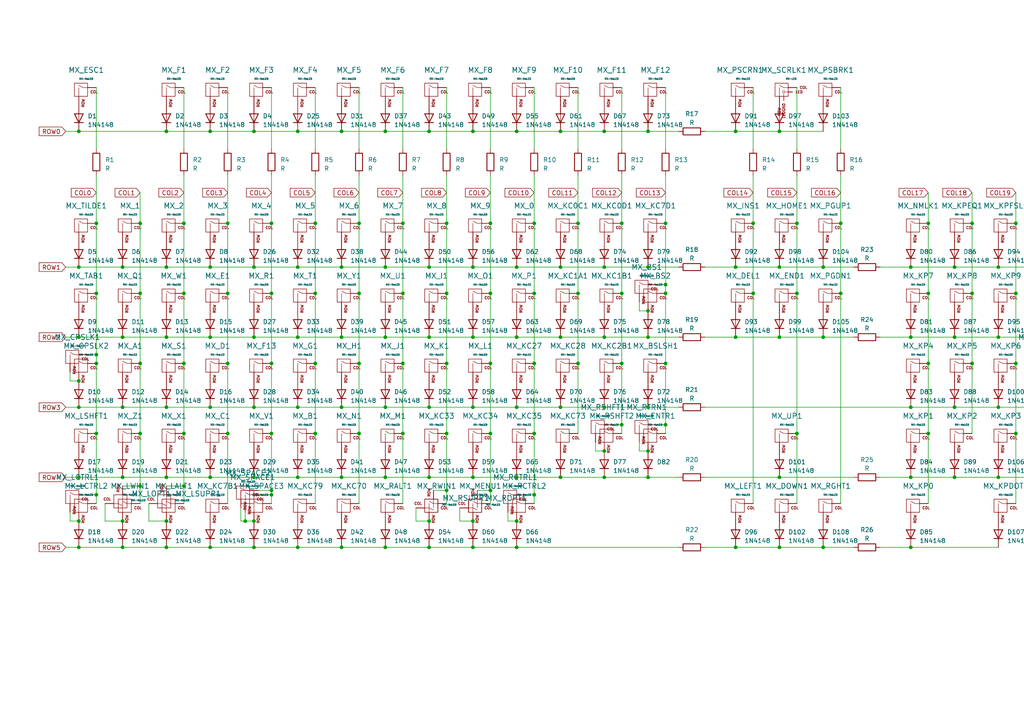
<source format=kicad_sch>
(kicad_sch (version 20230121) (generator eeschema)
  (paper "A4")
  (junction (at 213.36 38.1))
  (junction (at 226.06 158.75))
  (junction (at 218.44 85.09))
  (junction (at 162.56 97.79))
  (junction (at 243.84 85.09))
  (junction (at 162.56 138.43))
  (junction (at 218.44 64.77))
  (junction (at 22.86 97.79))
  (junction (at 289.56 118.11))
  (junction (at 294.64 85.09))
  (junction (at 162.56 77.47))
  (junction (at 27.94 102.87))
  (junction (at 66.04 85.09))
  (junction (at 86.36 158.75))
  (junction (at 180.34 105.41))
  (junction (at 60.96 97.79))
  (junction (at 86.36 138.43))
  (junction (at 307.34 102.87))
  (junction (at 193.04 105.41))
  (junction (at 91.44 105.41))
  (junction (at 48.26 38.1))
  (junction (at 129.54 85.09))
  (junction (at 175.26 130.81))
  (junction (at 116.84 64.77))
  (junction (at 175.26 138.43))
  (junction (at 154.94 143.51))
  (junction (at 276.86 77.47))
  (junction (at 142.24 125.73))
  (junction (at 73.66 118.11))
  (junction (at 27.94 143.51))
  (junction (at 66.04 105.41))
  (junction (at 289.56 77.47))
  (junction (at 111.76 77.47))
  (junction (at 269.24 125.73))
  (junction (at 307.34 85.09))
  (junction (at 167.64 105.41))
  (junction (at 129.54 125.73))
  (junction (at 40.64 64.77))
  (junction (at 60.96 118.11))
  (junction (at 187.96 138.43))
  (junction (at 142.24 105.41))
  (junction (at 60.96 38.1))
  (junction (at 281.94 64.77))
  (junction (at 124.46 118.11))
  (junction (at 111.76 118.11))
  (junction (at 53.34 125.73))
  (junction (at 27.94 64.77))
  (junction (at 276.86 97.79))
  (junction (at 35.56 158.75))
  (junction (at 187.96 77.47))
  (junction (at 73.66 138.43))
  (junction (at 167.64 64.77))
  (junction (at 243.84 64.77))
  (junction (at 22.86 77.47))
  (junction (at 226.06 77.47))
  (junction (at 289.56 138.43))
  (junction (at 35.56 118.11))
  (junction (at 154.94 105.41))
  (junction (at 91.44 64.77))
  (junction (at 180.34 64.77))
  (junction (at 307.34 105.41))
  (junction (at 264.16 138.43))
  (junction (at 60.96 138.43))
  (junction (at 35.56 77.47))
  (junction (at 187.96 130.81))
  (junction (at 111.76 38.1))
  (junction (at 91.44 85.09))
  (junction (at 40.64 85.09))
  (junction (at 238.76 77.47))
  (junction (at 27.94 105.41))
  (junction (at 226.06 97.79))
  (junction (at 27.94 125.73))
  (junction (at 40.64 140.97))
  (junction (at 66.04 125.73))
  (junction (at 154.94 85.09))
  (junction (at 99.06 97.79))
  (junction (at 116.84 85.09))
  (junction (at 294.64 105.41))
  (junction (at 86.36 97.79))
  (junction (at 264.16 118.11))
  (junction (at 53.34 105.41))
  (junction (at 264.16 77.47))
  (junction (at 226.06 38.1))
  (junction (at 111.76 158.75))
  (junction (at 73.66 38.1))
  (junction (at 124.46 38.1))
  (junction (at 116.84 125.73))
  (junction (at 213.36 97.79))
  (junction (at 111.76 138.43))
  (junction (at 193.04 64.77))
  (junction (at 104.14 105.41))
  (junction (at 187.96 97.79))
  (junction (at 231.14 64.77))
  (junction (at 129.54 142.24))
  (junction (at 78.74 125.73))
  (junction (at 294.64 125.73))
  (junction (at 238.76 97.79))
  (junction (at 86.36 77.47))
  (junction (at 154.94 64.77))
  (junction (at 66.04 64.77))
  (junction (at 35.56 138.43))
  (junction (at 269.24 85.09))
  (junction (at 99.06 158.75))
  (junction (at 22.86 118.11))
  (junction (at 48.26 138.43))
  (junction (at 264.16 158.75))
  (junction (at 124.46 158.75))
  (junction (at 73.66 158.75))
  (junction (at 48.26 118.11))
  (junction (at 193.04 82.55))
  (junction (at 281.94 85.09))
  (junction (at 269.24 105.41))
  (junction (at 137.16 151.13))
  (junction (at 167.64 85.09))
  (junction (at 124.46 151.13))
  (junction (at 91.44 125.73))
  (junction (at 35.56 97.79))
  (junction (at 162.56 38.1))
  (junction (at 111.76 97.79))
  (junction (at 213.36 158.75))
  (junction (at 269.24 64.77))
  (junction (at 264.16 97.79))
  (junction (at 48.26 97.79))
  (junction (at 149.86 77.47))
  (junction (at 104.14 125.73))
  (junction (at 137.16 38.1))
  (junction (at 22.86 151.13))
  (junction (at 137.16 138.43))
  (junction (at 53.34 64.77))
  (junction (at 22.86 110.49))
  (junction (at 149.86 118.11))
  (junction (at 104.14 64.77))
  (junction (at 276.86 138.43))
  (junction (at 48.26 158.75))
  (junction (at 142.24 142.24))
  (junction (at 48.26 77.47))
  (junction (at 129.54 64.77))
  (junction (at 22.86 158.75))
  (junction (at 294.64 64.77))
  (junction (at 99.06 138.43))
  (junction (at 231.14 125.73))
  (junction (at 22.86 38.1))
  (junction (at 86.36 118.11))
  (junction (at 53.34 140.97))
  (junction (at 99.06 38.1))
  (junction (at 137.16 97.79))
  (junction (at 78.74 142.24))
  (junction (at 238.76 158.75))
  (junction (at 104.14 85.09))
  (junction (at 137.16 158.75))
  (junction (at 175.26 118.11))
  (junction (at 226.06 138.43))
  (junction (at 187.96 90.17))
  (junction (at 60.96 158.75))
  (junction (at 27.94 85.09))
  (junction (at 187.96 38.1))
  (junction (at 40.64 125.73))
  (junction (at 302.26 110.49))
  (junction (at 231.14 85.09))
  (junction (at 149.86 138.43))
  (junction (at 116.84 105.41))
  (junction (at 142.24 64.77))
  (junction (at 175.26 97.79))
  (junction (at 175.26 77.47))
  (junction (at 86.36 38.1))
  (junction (at 124.46 138.43))
  (junction (at 154.94 125.73))
  (junction (at 73.66 151.13))
  (junction (at 78.74 143.51))
  (junction (at 99.06 118.11))
  (junction (at 142.24 85.09))
  (junction (at 78.74 64.77))
  (junction (at 48.26 151.13))
  (junction (at 124.46 77.47))
  (junction (at 276.86 118.11))
  (junction (at 124.46 97.79))
  (junction (at 149.86 151.13))
  (junction (at 162.56 118.11))
  (junction (at 193.04 123.19))
  (junction (at 289.56 97.79))
  (junction (at 73.66 97.79))
  (junction (at 213.36 77.47))
  (junction (at 22.86 138.43))
  (junction (at 129.54 105.41))
  (junction (at 78.74 85.09))
  (junction (at 175.26 38.1))
  (junction (at 40.64 105.41))
  (junction (at 149.86 97.79))
  (junction (at 60.96 77.47))
  (junction (at 307.34 64.77))
  (junction (at 149.86 158.75))
  (junction (at 71.12 151.13))
  (junction (at 35.56 151.13))
  (junction (at 180.34 123.19))
  (junction (at 99.06 77.47))
  (junction (at 137.16 118.11))
  (junction (at 149.86 38.1))
  (junction (at 53.34 85.09))
  (junction (at 281.94 105.41))
  (junction (at 73.66 77.47))
  (junction (at 187.96 118.11))
  (junction (at 193.04 85.09))
  (junction (at 137.16 77.47))
  (junction (at 180.34 85.09))
  (junction (at 78.74 105.41))
  (wire (pts (xy 218.44 64.77) (xy 218.44 85.09)))
  (wire (pts (xy 27.94 102.87) (xy 27.94 105.41)))
  (wire (pts (xy 269.24 85.09) (xy 269.24 105.41)))
  (wire (pts (xy 307.34 85.09) (xy 307.34 102.87)))
  (wire (pts (xy 27.94 125.73) (xy 27.94 143.51)))
  (wire (pts (xy 78.74 143.51) (xy 78.74 146.05)))
  (wire (pts (xy 27.94 105.41) (xy 27.94 125.73)))
  (wire (pts (xy 238.76 97.79) (xy 247.65 97.79)))
  (wire (pts (xy 40.64 125.73) (xy 40.64 140.97)))
  (wire (pts (xy 86.36 38.1) (xy 99.06 38.1)))
  (wire (pts (xy 243.84 25.4) (xy 243.84 43.18)))
  (wire (pts (xy 43.18 146.05) (xy 43.18 151.13)))
  (wire (pts (xy 53.34 64.77) (xy 53.34 85.09)))
  (wire (pts (xy 213.36 158.75) (xy 226.06 158.75)))
  (wire (pts (xy 53.34 50.8) (xy 53.34 64.77)))
  (wire (pts (xy 69.85 151.13) (xy 71.12 151.13)))
  (wire (pts (xy 78.74 50.8) (xy 78.74 64.77)))
  (wire (pts (xy 138.43 142.24) (xy 142.24 142.24)))
  (wire (pts (xy 48.26 38.1) (xy 60.96 38.1)))
  (wire (pts (xy 19.05 158.75) (xy 22.86 158.75)))
  (wire (pts (xy 91.44 85.09) (xy 91.44 105.41)))
  (wire (pts (xy 149.86 77.47) (xy 162.56 77.47)))
  (wire (pts (xy 129.54 25.4) (xy 129.54 43.18)))
  (wire (pts (xy 137.16 97.79) (xy 149.86 97.79)))
  (wire (pts (xy 175.26 38.1) (xy 187.96 38.1)))
  (wire (pts (xy 76.2 143.51) (xy 78.74 143.51)))
  (wire (pts (xy 40.64 85.09) (xy 40.64 105.41)))
  (wire (pts (xy 104.14 50.8) (xy 104.14 64.77)))
  (wire (pts (xy 204.47 77.47) (xy 213.36 77.47)))
  (wire (pts (xy 175.26 97.79) (xy 187.96 97.79)))
  (wire (pts (xy 149.86 138.43) (xy 162.56 138.43)))
  (wire (pts (xy 35.56 118.11) (xy 48.26 118.11)))
  (wire (pts (xy 137.16 158.75) (xy 149.86 158.75)))
  (wire (pts (xy 22.86 118.11) (xy 35.56 118.11)))
  (wire (pts (xy 137.16 138.43) (xy 149.86 138.43)))
  (wire (pts (xy 218.44 85.09) (xy 218.44 146.05)))
  (wire (pts (xy 299.72 107.95) (xy 299.72 110.49)))
  (wire (pts (xy 25.4 102.87) (xy 27.94 102.87)))
  (wire (pts (xy 180.34 25.4) (xy 180.34 43.18)))
  (wire (pts (xy 255.27 158.75) (xy 264.16 158.75)))
  (wire (pts (xy 213.36 97.79) (xy 226.06 97.79)))
  (wire (pts (xy 269.24 105.41) (xy 269.24 125.73)))
  (wire (pts (xy 264.16 138.43) (xy 276.86 138.43)))
  (wire (pts (xy 66.04 85.09) (xy 66.04 105.41)))
  (wire (pts (xy 193.04 50.8) (xy 193.04 64.77)))
  (wire (pts (xy 193.04 82.55) (xy 193.04 85.09)))
  (wire (pts (xy 180.34 64.77) (xy 180.34 85.09)))
  (wire (pts (xy 60.96 38.1) (xy 73.66 38.1)))
  (wire (pts (xy 116.84 105.41) (xy 116.84 125.73)))
  (wire (pts (xy 73.66 118.11) (xy 86.36 118.11)))
  (wire (pts (xy 204.47 158.75) (xy 213.36 158.75)))
  (wire (pts (xy 269.24 125.73) (xy 269.24 146.05)))
  (wire (pts (xy 226.06 38.1) (xy 238.76 38.1)))
  (wire (pts (xy 289.56 97.79) (xy 302.26 97.79)))
  (wire (pts (xy 149.86 118.11) (xy 162.56 118.11)))
  (wire (pts (xy 20.32 107.95) (xy 20.32 110.49)))
  (wire (pts (xy 53.34 125.73) (xy 53.34 140.97)))
  (wire (pts (xy 124.46 77.47) (xy 137.16 77.47)))
  (wire (pts (xy 180.34 105.41) (xy 180.34 123.19)))
  (wire (pts (xy 20.32 110.49) (xy 22.86 110.49)))
  (wire (pts (xy 66.04 64.77) (xy 66.04 85.09)))
  (wire (pts (xy 48.26 158.75) (xy 60.96 158.75)))
  (wire (pts (xy 73.66 38.1) (xy 86.36 38.1)))
  (wire (pts (xy 35.56 97.79) (xy 48.26 97.79)))
  (wire (pts (xy 129.54 64.77) (xy 129.54 85.09)))
  (wire (pts (xy 142.24 25.4) (xy 142.24 43.18)))
  (wire (pts (xy 142.24 105.41) (xy 142.24 125.73)))
  (wire (pts (xy 162.56 38.1) (xy 175.26 38.1)))
  (wire (pts (xy 111.76 118.11) (xy 124.46 118.11)))
  (wire (pts (xy 137.16 77.47) (xy 149.86 77.47)))
  (wire (pts (xy 304.8 102.87) (xy 307.34 102.87)))
  (wire (pts (xy 40.64 140.97) (xy 40.64 146.05)))
  (wire (pts (xy 204.47 38.1) (xy 213.36 38.1)))
  (wire (pts (xy 142.24 142.24) (xy 142.24 146.05)))
  (wire (pts (xy 120.65 151.13) (xy 124.46 151.13)))
  (wire (pts (xy 204.47 118.11) (xy 264.16 118.11)))
  (wire (pts (xy 231.14 25.4) (xy 231.14 43.18)))
  (wire (pts (xy 264.16 118.11) (xy 276.86 118.11)))
  (wire (pts (xy 27.94 143.51) (xy 27.94 146.05)))
  (wire (pts (xy 86.36 138.43) (xy 99.06 138.43)))
  (wire (pts (xy 27.94 50.8) (xy 27.94 64.77)))
  (wire (pts (xy 238.76 158.75) (xy 247.65 158.75)))
  (wire (pts (xy 73.66 77.47) (xy 86.36 77.47)))
  (wire (pts (xy 193.04 105.41) (xy 193.04 123.19)))
  (wire (pts (xy 142.24 125.73) (xy 142.24 142.24)))
  (wire (pts (xy 124.46 138.43) (xy 137.16 138.43)))
  (wire (pts (xy 35.56 140.97) (xy 40.64 140.97)))
  (wire (pts (xy 185.42 87.63) (xy 185.42 90.17)))
  (wire (pts (xy 187.96 138.43) (xy 196.85 138.43)))
  (wire (pts (xy 73.66 158.75) (xy 86.36 158.75)))
  (wire (pts (xy 154.94 85.09) (xy 154.94 105.41)))
  (wire (pts (xy 60.96 97.79) (xy 73.66 97.79)))
  (wire (pts (xy 276.86 97.79) (xy 289.56 97.79)))
  (wire (pts (xy 167.64 25.4) (xy 167.64 43.18)))
  (wire (pts (xy 175.26 118.11) (xy 187.96 118.11)))
  (wire (pts (xy 149.86 97.79) (xy 162.56 97.79)))
  (wire (pts (xy 30.48 146.05) (xy 30.48 151.13)))
  (wire (pts (xy 91.44 105.41) (xy 91.44 125.73)))
  (wire (pts (xy 111.76 97.79) (xy 124.46 97.79)))
  (wire (pts (xy 193.04 25.4) (xy 193.04 43.18)))
  (wire (pts (xy 175.26 77.47) (xy 187.96 77.47)))
  (wire (pts (xy 142.24 50.8) (xy 142.24 64.77)))
  (wire (pts (xy 78.74 64.77) (xy 78.74 85.09)))
  (wire (pts (xy 264.16 77.47) (xy 276.86 77.47)))
  (wire (pts (xy 187.96 118.11) (xy 196.85 118.11)))
  (wire (pts (xy 193.04 64.77) (xy 193.04 82.55)))
  (wire (pts (xy 69.85 147.32) (xy 69.85 151.13)))
  (wire (pts (xy 187.96 38.1) (xy 196.85 38.1)))
  (wire (pts (xy 43.18 151.13) (xy 48.26 151.13)))
  (wire (pts (xy 289.56 77.47) (xy 302.26 77.47)))
  (wire (pts (xy 48.26 77.47) (xy 60.96 77.47)))
  (wire (pts (xy 294.64 125.73) (xy 294.64 146.05)))
  (wire (pts (xy 149.86 38.1) (xy 162.56 38.1)))
  (wire (pts (xy 53.34 25.4) (xy 53.34 43.18)))
  (wire (pts (xy 60.96 77.47) (xy 73.66 77.47)))
  (wire (pts (xy 27.94 64.77) (xy 27.94 85.09)))
  (wire (pts (xy 307.34 105.41) (xy 307.34 125.73)))
  (wire (pts (xy 35.56 158.75) (xy 48.26 158.75)))
  (wire (pts (xy 255.27 138.43) (xy 264.16 138.43)))
  (wire (pts (xy 213.36 38.1) (xy 226.06 38.1)))
  (wire (pts (xy 185.42 128.27) (xy 185.42 130.81)))
  (wire (pts (xy 162.56 138.43) (xy 175.26 138.43)))
  (wire (pts (xy 104.14 64.77) (xy 104.14 85.09)))
  (wire (pts (xy 264.16 97.79) (xy 276.86 97.79)))
  (wire (pts (xy 27.94 85.09) (xy 27.94 102.87)))
  (wire (pts (xy 66.04 50.8) (xy 66.04 64.77)))
  (wire (pts (xy 162.56 77.47) (xy 175.26 77.47)))
  (wire (pts (xy 231.14 125.73) (xy 231.14 146.05)))
  (wire (pts (xy 294.64 105.41) (xy 294.64 125.73)))
  (wire (pts (xy 147.32 151.13) (xy 149.86 151.13)))
  (wire (pts (xy 120.65 147.32) (xy 120.65 151.13)))
  (wire (pts (xy 213.36 77.47) (xy 226.06 77.47)))
  (wire (pts (xy 204.47 138.43) (xy 226.06 138.43)))
  (wire (pts (xy 27.94 25.4) (xy 27.94 43.18)))
  (wire (pts (xy 294.64 55.88) (xy 294.64 64.77)))
  (wire (pts (xy 86.36 118.11) (xy 99.06 118.11)))
  (wire (pts (xy 111.76 38.1) (xy 124.46 38.1)))
  (wire (pts (xy 40.64 55.88) (xy 40.64 64.77)))
  (wire (pts (xy 99.06 138.43) (xy 111.76 138.43)))
  (wire (pts (xy 218.44 50.8) (xy 218.44 64.77)))
  (wire (pts (xy 78.74 85.09) (xy 78.74 105.41)))
  (wire (pts (xy 104.14 85.09) (xy 104.14 105.41)))
  (wire (pts (xy 78.74 25.4) (xy 78.74 43.18)))
  (wire (pts (xy 193.04 85.09) (xy 193.04 105.41)))
  (wire (pts (xy 129.54 105.41) (xy 129.54 125.73)))
  (wire (pts (xy 35.56 77.47) (xy 48.26 77.47)))
  (wire (pts (xy 154.94 125.73) (xy 154.94 143.51)))
  (wire (pts (xy 172.72 128.27) (xy 172.72 130.81)))
  (wire (pts (xy 187.96 77.47) (xy 196.85 77.47)))
  (wire (pts (xy 53.34 85.09) (xy 53.34 105.41)))
  (wire (pts (xy 99.06 38.1) (xy 111.76 38.1)))
  (wire (pts (xy 281.94 105.41) (xy 281.94 125.73)))
  (wire (pts (xy 180.34 50.8) (xy 180.34 64.77)))
  (wire (pts (xy 86.36 158.75) (xy 99.06 158.75)))
  (wire (pts (xy 133.35 151.13) (xy 137.16 151.13)))
  (wire (pts (xy 73.66 138.43) (xy 86.36 138.43)))
  (wire (pts (xy 60.96 138.43) (xy 73.66 138.43)))
  (wire (pts (xy 276.86 118.11) (xy 289.56 118.11)))
  (wire (pts (xy 190.5 123.19) (xy 193.04 123.19)))
  (wire (pts (xy 231.14 64.77) (xy 231.14 85.09)))
  (wire (pts (xy 40.64 105.41) (xy 40.64 125.73)))
  (wire (pts (xy 20.32 148.59) (xy 20.32 151.13)))
  (wire (pts (xy 19.05 118.11) (xy 22.86 118.11)))
  (wire (pts (xy 19.05 97.79) (xy 22.86 97.79)))
  (wire (pts (xy 149.86 158.75) (xy 196.85 158.75)))
  (wire (pts (xy 129.54 50.8) (xy 129.54 64.77)))
  (wire (pts (xy 255.27 97.79) (xy 264.16 97.79)))
  (wire (pts (xy 48.26 97.79) (xy 60.96 97.79)))
  (wire (pts (xy 111.76 138.43) (xy 124.46 138.43)))
  (wire (pts (xy 147.32 148.59) (xy 147.32 151.13)))
  (wire (pts (xy 91.44 64.77) (xy 91.44 85.09)))
  (wire (pts (xy 99.06 158.75) (xy 111.76 158.75)))
  (wire (pts (xy 74.93 142.24) (xy 78.74 142.24)))
  (wire (pts (xy 66.04 105.41) (xy 66.04 125.73)))
  (wire (pts (xy 86.36 77.47) (xy 99.06 77.47)))
  (wire (pts (xy 133.35 147.32) (xy 133.35 151.13)))
  (wire (pts (xy 299.72 110.49) (xy 302.26 110.49)))
  (wire (pts (xy 66.04 25.4) (xy 66.04 43.18)))
  (wire (pts (xy 142.24 64.77) (xy 142.24 85.09)))
  (wire (pts (xy 226.06 138.43) (xy 247.65 138.43)))
  (wire (pts (xy 294.64 64.77) (xy 294.64 85.09)))
  (wire (pts (xy 53.34 140.97) (xy 53.34 146.05)))
  (wire (pts (xy 111.76 77.47) (xy 124.46 77.47)))
  (wire (pts (xy 22.86 138.43) (xy 35.56 138.43)))
  (wire (pts (xy 154.94 64.77) (xy 154.94 85.09)))
  (wire (pts (xy 226.06 77.47) (xy 238.76 77.47)))
  (wire (pts (xy 307.34 64.77) (xy 307.34 85.09)))
  (wire (pts (xy 204.47 97.79) (xy 213.36 97.79)))
  (wire (pts (xy 125.73 142.24) (xy 129.54 142.24)))
  (wire (pts (xy 22.86 97.79) (xy 35.56 97.79)))
  (wire (pts (xy 40.64 64.77) (xy 40.64 85.09)))
  (wire (pts (xy 99.06 97.79) (xy 111.76 97.79)))
  (wire (pts (xy 276.86 138.43) (xy 289.56 138.43)))
  (wire (pts (xy 137.16 38.1) (xy 149.86 38.1)))
  (wire (pts (xy 243.84 64.77) (xy 243.84 85.09)))
  (wire (pts (xy 129.54 142.24) (xy 129.54 146.05)))
  (wire (pts (xy 238.76 77.47) (xy 247.65 77.47)))
  (wire (pts (xy 142.24 85.09) (xy 142.24 105.41)))
  (wire (pts (xy 116.84 85.09) (xy 116.84 105.41)))
  (wire (pts (xy 276.86 77.47) (xy 289.56 77.47)))
  (wire (pts (xy 281.94 85.09) (xy 281.94 105.41)))
  (wire (pts (xy 116.84 64.77) (xy 116.84 85.09)))
  (wire (pts (xy 48.26 138.43) (xy 60.96 138.43)))
  (wire (pts (xy 187.96 97.79) (xy 196.85 97.79)))
  (wire (pts (xy 91.44 125.73) (xy 91.44 146.05)))
  (wire (pts (xy 154.94 50.8) (xy 154.94 64.77)))
  (wire (pts (xy 218.44 25.4) (xy 218.44 43.18)))
  (wire (pts (xy 289.56 118.11) (xy 302.26 118.11)))
  (wire (pts (xy 307.34 55.88) (xy 307.34 64.77)))
  (wire (pts (xy 66.04 125.73) (xy 66.04 146.05)))
  (wire (pts (xy 86.36 97.79) (xy 99.06 97.79)))
  (wire (pts (xy 22.86 158.75) (xy 35.56 158.75)))
  (wire (pts (xy 129.54 85.09) (xy 129.54 105.41)))
  (wire (pts (xy 180.34 85.09) (xy 180.34 105.41)))
  (wire (pts (xy 255.27 77.47) (xy 264.16 77.47)))
  (wire (pts (xy 129.54 125.73) (xy 129.54 142.24)))
  (wire (pts (xy 104.14 105.41) (xy 104.14 125.73)))
  (wire (pts (xy 152.4 143.51) (xy 154.94 143.51)))
  (wire (pts (xy 172.72 130.81) (xy 175.26 130.81)))
  (wire (pts (xy 307.34 102.87) (xy 307.34 105.41)))
  (wire (pts (xy 116.84 50.8) (xy 116.84 64.77)))
  (wire (pts (xy 116.84 25.4) (xy 116.84 43.18)))
  (wire (pts (xy 185.42 90.17) (xy 187.96 90.17)))
  (wire (pts (xy 78.74 142.24) (xy 78.74 143.51)))
  (wire (pts (xy 35.56 138.43) (xy 48.26 138.43)))
  (wire (pts (xy 60.96 118.11) (xy 73.66 118.11)))
  (wire (pts (xy 167.64 85.09) (xy 167.64 105.41)))
  (wire (pts (xy 124.46 38.1) (xy 137.16 38.1)))
  (wire (pts (xy 281.94 64.77) (xy 281.94 85.09)))
  (wire (pts (xy 99.06 118.11) (xy 111.76 118.11)))
  (wire (pts (xy 22.86 77.47) (xy 35.56 77.47)))
  (wire (pts (xy 154.94 105.41) (xy 154.94 125.73)))
  (wire (pts (xy 19.05 38.1) (xy 22.86 38.1)))
  (wire (pts (xy 124.46 97.79) (xy 137.16 97.79)))
  (wire (pts (xy 53.34 105.41) (xy 53.34 125.73)))
  (wire (pts (xy 91.44 50.8) (xy 91.44 64.77)))
  (wire (pts (xy 99.06 77.47) (xy 111.76 77.47)))
  (wire (pts (xy 167.64 105.41) (xy 167.64 125.73)))
  (wire (pts (xy 175.26 138.43) (xy 187.96 138.43)))
  (wire (pts (xy 177.8 123.19) (xy 180.34 123.19)))
  (wire (pts (xy 20.32 151.13) (xy 22.86 151.13)))
  (wire (pts (xy 48.26 140.97) (xy 53.34 140.97)))
  (wire (pts (xy 154.94 25.4) (xy 154.94 43.18)))
  (wire (pts (xy 48.26 118.11) (xy 60.96 118.11)))
  (wire (pts (xy 78.74 105.41) (xy 78.74 125.73)))
  (wire (pts (xy 167.64 50.8) (xy 167.64 64.77)))
  (wire (pts (xy 71.12 151.13) (xy 73.66 151.13)))
  (wire (pts (xy 269.24 64.77) (xy 269.24 85.09)))
  (wire (pts (xy 294.64 85.09) (xy 294.64 105.41)))
  (wire (pts (xy 231.14 50.8) (xy 231.14 64.77)))
  (wire (pts (xy 162.56 118.11) (xy 175.26 118.11)))
  (wire (pts (xy 185.42 130.81) (xy 187.96 130.81)))
  (wire (pts (xy 226.06 97.79) (xy 238.76 97.79)))
  (wire (pts (xy 104.14 125.73) (xy 104.14 146.05)))
  (wire (pts (xy 193.04 82.55) (xy 190.5 82.55)))
  (wire (pts (xy 167.64 64.77) (xy 167.64 85.09)))
  (wire (pts (xy 19.05 77.47) (xy 22.86 77.47)))
  (wire (pts (xy 137.16 118.11) (xy 149.86 118.11)))
  (wire (pts (xy 71.12 148.59) (xy 71.12 151.13)))
  (wire (pts (xy 73.66 97.79) (xy 86.36 97.79)))
  (wire (pts (xy 180.34 123.19) (xy 180.34 125.73)))
  (wire (pts (xy 226.06 158.75) (xy 238.76 158.75)))
  (wire (pts (xy 25.4 143.51) (xy 27.94 143.51)))
  (wire (pts (xy 193.04 123.19) (xy 193.04 125.73)))
  (wire (pts (xy 231.14 85.09) (xy 231.14 125.73)))
  (wire (pts (xy 264.16 158.75) (xy 289.56 158.75)))
  (wire (pts (xy 269.24 55.88) (xy 269.24 64.77)))
  (wire (pts (xy 162.56 97.79) (xy 175.26 97.79)))
  (wire (pts (xy 22.86 38.1) (xy 48.26 38.1)))
  (wire (pts (xy 104.14 25.4) (xy 104.14 43.18)))
  (wire (pts (xy 154.94 143.51) (xy 154.94 146.05)))
  (wire (pts (xy 124.46 158.75) (xy 137.16 158.75)))
  (wire (pts (xy 116.84 125.73) (xy 116.84 146.05)))
  (wire (pts (xy 243.84 85.09) (xy 243.84 146.05)))
  (wire (pts (xy 289.56 138.43) (xy 302.26 138.43)))
  (wire (pts (xy 78.74 125.73) (xy 78.74 142.24)))
  (wire (pts (xy 111.76 158.75) (xy 124.46 158.75)))
  (wire (pts (xy 243.84 50.8) (xy 243.84 64.77)))
  (wire (pts (xy 30.48 151.13) (xy 35.56 151.13)))
  (wire (pts (xy 281.94 55.88) (xy 281.94 64.77)))
  (wire (pts (xy 91.44 25.4) (xy 91.44 43.18)))
  (wire (pts (xy 60.96 158.75) (xy 73.66 158.75)))
  (wire (pts (xy 19.05 138.43) (xy 22.86 138.43)))
  (wire (pts (xy 124.46 118.11) (xy 137.16 118.11)))
  (global_label "COL2" (shape input) (at 53.34 55.88 180) (property "Intersheetrefs" "${INTERSHEET_REFS}" (effects hide)))
  (global_label "ROW1" (shape input) (at 19.05 77.47 180) (property "Intersheetrefs" "${INTERSHEET_REFS}" (effects hide)))
  (global_label "ROW3" (shape input) (at 19.05 118.11 180) (property "Intersheetrefs" "${INTERSHEET_REFS}" (effects hide)))
  (global_label "COL18" (shape input) (at 281.94 55.88 180) (property "Intersheetrefs" "${INTERSHEET_REFS}" (effects hide)))
  (global_label "COL1" (shape input) (at 40.64 55.88 180) (property "Intersheetrefs" "${INTERSHEET_REFS}" (effects hide)))
  (global_label "COL3" (shape input) (at 66.04 55.88 180) (property "Intersheetrefs" "${INTERSHEET_REFS}" (effects hide)))
  (global_label "COL5" (shape input) (at 91.44 55.88 180) (property "Intersheetrefs" "${INTERSHEET_REFS}" (effects hide)))
  (global_label "COL8" (shape input) (at 129.54 55.88 180) (property "Intersheetrefs" "${INTERSHEET_REFS}" (effects hide)))
  (global_label "COL10" (shape input) (at 154.94 55.88 180) (property "Intersheetrefs" "${INTERSHEET_REFS}" (effects hide)))
  (global_label "COL17" (shape input) (at 269.24 55.88 180) (property "Intersheetrefs" "${INTERSHEET_REFS}" (effects hide)))
  (global_label "COL11" (shape input) (at 167.64 55.88 180) (property "Intersheetrefs" "${INTERSHEET_REFS}" (effects hide)))
  (global_label "COL19" (shape input) (at 294.64 55.88 180) (property "Intersheetrefs" "${INTERSHEET_REFS}" (effects hide)))
  (global_label "COL9" (shape input) (at 142.24 55.88 180) (property "Intersheetrefs" "${INTERSHEET_REFS}" (effects hide)))
  (global_label "COL15" (shape input) (at 231.14 55.88 180) (property "Intersheetrefs" "${INTERSHEET_REFS}" (effects hide)))
  (global_label "COL20" (shape input) (at 307.34 55.88 180) (property "Intersheetrefs" "${INTERSHEET_REFS}" (effects hide)))
  (global_label "ROW5" (shape input) (at 19.05 158.75 180) (property "Intersheetrefs" "${INTERSHEET_REFS}" (effects hide)))
  (global_label "COL6" (shape input) (at 104.14 55.88 180) (property "Intersheetrefs" "${INTERSHEET_REFS}" (effects hide)))
  (global_label "COL0" (shape input) (at 27.94 55.88 180) (property "Intersheetrefs" "${INTERSHEET_REFS}" (effects hide)))
  (global_label "COL16" (shape input) (at 243.84 55.88 180) (property "Intersheetrefs" "${INTERSHEET_REFS}" (effects hide)))
  (global_label "COL13" (shape input) (at 193.04 55.88 180) (property "Intersheetrefs" "${INTERSHEET_REFS}" (effects hide)))
  (global_label "COL12" (shape input) (at 180.34 55.88 180) (property "Intersheetrefs" "${INTERSHEET_REFS}" (effects hide)))
  (global_label "COL14" (shape input) (at 218.44 55.88 180) (property "Intersheetrefs" "${INTERSHEET_REFS}" (effects hide)))
  (global_label "COL7" (shape input) (at 116.84 55.88 180) (property "Intersheetrefs" "${INTERSHEET_REFS}" (effects hide)))
  (global_label "ROW4" (shape input) (at 19.05 138.43 180) (property "Intersheetrefs" "${INTERSHEET_REFS}" (effects hide)))
  (global_label "ROW0" (shape input) (at 19.05 38.1 180) (property "Intersheetrefs" "${INTERSHEET_REFS}" (effects hide)))
  (global_label "COL4" (shape input) (at 78.74 55.88 180) (property "Intersheetrefs" "${INTERSHEET_REFS}" (effects hide)))
  (global_label "ROW2" (shape input) (at 19.05 97.79 180) (property "Intersheetrefs" "${INTERSHEET_REFS}" (effects hide)))
  (symbol (lib_id "MX_Alps_Hybrid:MX-NoLED") (at 49.53 106.68 0) (unit 1)
    (property "Reference" "MX_S1" (at 50.4132 100.33 0) (effects (font (size 1.524 1.524))))
    (property "Value" "MX-NoLED" (at 50.4132 102.87 0) (effects (font (size 0.508 0.508))))
    (property "Footprint" "Alps_Only:ALPS-1U" (effects hide))
  )
  (symbol (lib_id "Diode:1N4148") (at 226.06 34.29 90) (unit 1)
    (property "Reference" "D97" (at 228.6 33.655 90) (effects (justify right)))
    (property "Value" "1N4148" (at 228.6 36.195 90) (effects (justify right)))
    (property "Footprint" "Diode_THT:D_DO-35_SOD27_P7.62mm_Horizontal" (effects hide))
    (property "Datasheet" "https://assets.nexperia.com/documents/data-sheet/1N4148_1N4448.pdf" (effects hide))
    (property "Sim.Device" "D" (effects hide))
    (property "Sim.Pins" "1=K 2=A" (effects hide))
  )
  (symbol (lib_id "Diode:1N4148") (at 124.46 134.62 90) (unit 1)
    (property "Reference" "D53" (at 127 133.985 90) (effects (justify right)))
    (property "Value" "1N4148" (at 127 136.525 90) (effects (justify right)))
    (property "Footprint" "Diode_THT:D_DO-35_SOD27_P7.62mm_Horizontal" (effects hide))
    (property "Datasheet" "https://assets.nexperia.com/documents/data-sheet/1N4148_1N4448.pdf" (effects hide))
    (property "Sim.Device" "D" (effects hide))
    (property "Sim.Pins" "1=K 2=A" (effects hide))
  )
  (symbol (lib_id "MX_Alps_Hybrid:MX-NoLED") (at 138.43 86.36 0) (unit 1)
    (property "Reference" "MX_O1" (at 139.3132 80.01 0) (effects (font (size 1.524 1.524))))
    (property "Value" "MX-NoLED" (at 139.3132 82.55 0) (effects (font (size 0.508 0.508))))
    (property "Footprint" "Alps_Only:ALPS-1U" (effects hide))
  )
  (symbol (lib_id "Device:R") (at 200.66 118.11 90) (unit 1)
    (property "Reference" "R21" (at 200.66 113.03 90))
    (property "Value" "R" (at 200.66 115.57 90))
    (property "Footprint" "Resistor_THT:R_Axial_DIN0207_L6.3mm_D2.5mm_P10.16mm_Horizontal" (effects hide))
  )
  (symbol (lib_id "Diode:1N4148") (at 60.96 154.94 90) (unit 1)
    (property "Reference" "D24" (at 63.5 154.305 90) (effects (justify right)))
    (property "Value" "1N4148" (at 63.5 156.845 90) (effects (justify right)))
    (property "Footprint" "Diode_THT:D_DO-35_SOD27_P7.62mm_Horizontal" (effects hide))
    (property "Datasheet" "https://assets.nexperia.com/documents/data-sheet/1N4148_1N4448.pdf" (effects hide))
    (property "Sim.Device" "D" (effects hide))
    (property "Sim.Pins" "1=K 2=A" (effects hide))
  )
  (symbol (lib_id "Device:R") (at 116.84 46.99 0) (unit 1)
    (property "Reference" "R7" (at 119.38 46.355 0) (effects (justify left)))
    (property "Value" "R" (at 119.38 48.895 0) (effects (justify left)))
    (property "Footprint" "Resistor_THT:R_Axial_DIN0207_L6.3mm_D2.5mm_P10.16mm_Horizontal" (effects hide))
  )
  (symbol (lib_id "Diode:1N4148") (at 86.36 114.3 90) (unit 1)
    (property "Reference" "D34" (at 88.9 113.665 90) (effects (justify right)))
    (property "Value" "1N4148" (at 88.9 116.205 90) (effects (justify right)))
    (property "Footprint" "Diode_THT:D_DO-35_SOD27_P7.62mm_Horizontal" (effects hide))
    (property "Datasheet" "https://assets.nexperia.com/documents/data-sheet/1N4148_1N4448.pdf" (effects hide))
    (property "Sim.Device" "D" (effects hide))
    (property "Sim.Pins" "1=K 2=A" (effects hide))
  )
  (symbol (lib_id "MX_Alps_Hybrid:MX-NoLED") (at 186.69 83.82 0) (unit 1)
    (property "Reference" "MX_BS1" (at 187.5732 77.47 0) (effects (font (size 1.524 1.524))))
    (property "Value" "MX-NoLED" (at 187.5732 80.01 0) (effects (font (size 0.508 0.508))))
    (property "Footprint" "Alps_Only:ALPS-1U" (effects hide))
  )
  (symbol (lib_id "Diode:1N4148") (at 264.16 134.62 90) (unit 1)
    (property "Reference" "D84" (at 266.7 133.985 90) (effects (justify right)))
    (property "Value" "1N4148" (at 266.7 136.525 90) (effects (justify right)))
    (property "Footprint" "Diode_THT:D_DO-35_SOD27_P7.62mm_Horizontal" (effects hide))
    (property "Datasheet" "https://assets.nexperia.com/documents/data-sheet/1N4148_1N4448.pdf" (effects hide))
    (property "Sim.Device" "D" (effects hide))
    (property "Sim.Pins" "1=K 2=A" (effects hide))
  )
  (symbol (lib_id "Device:R") (at 180.34 46.99 0) (unit 1)
    (property "Reference" "R12" (at 182.88 46.355 0) (effects (justify left)))
    (property "Value" "R" (at 182.88 48.895 0) (effects (justify left)))
    (property "Footprint" "Resistor_THT:R_Axial_DIN0207_L6.3mm_D2.5mm_P10.16mm_Horizontal" (effects hide))
  )
  (symbol (lib_id "Diode:1N4148") (at 162.56 73.66 90) (unit 1)
    (property "Reference" "D68" (at 165.1 73.025 90) (effects (justify right)))
    (property "Value" "1N4148" (at 165.1 75.565 90) (effects (justify right)))
    (property "Footprint" "Diode_THT:D_DO-35_SOD27_P7.62mm_Horizontal" (effects hide))
    (property "Datasheet" "https://assets.nexperia.com/documents/data-sheet/1N4148_1N4448.pdf" (effects hide))
    (property "Sim.Device" "D" (effects hide))
    (property "Sim.Pins" "1=K 2=A" (effects hide))
  )
  (symbol (lib_id "MX_Alps_Hybrid:MX-NoLED") (at 151.13 86.36 0) (unit 1)
    (property "Reference" "MX_P1" (at 152.0132 80.01 0) (effects (font (size 1.524 1.524))))
    (property "Value" "MX-NoLED" (at 152.0132 82.55 0) (effects (font (size 0.508 0.508))))
    (property "Footprint" "Alps_Only:ALPS-1U" (effects hide))
  )
  (symbol (lib_id "MX_Alps_Hybrid:MX-NoLED") (at 71.12 143.51 0) (unit 1)
    (property "Reference" "MX_SPACE2" (at 72.0032 137.16 0) (effects (font (size 1.524 1.524))))
    (property "Value" "MX-NoLED" (at 72.0032 139.7 0) (effects (font (size 0.508 0.508))))
    (property "Footprint" "Alps_Only:ALPS-6.25U" (effects hide))
  )
  (symbol (lib_id "Device:R") (at 129.54 46.99 0) (unit 1)
    (property "Reference" "R8" (at 132.08 46.355 0) (effects (justify left)))
    (property "Value" "R" (at 132.08 48.895 0) (effects (justify left)))
    (property "Footprint" "Resistor_THT:R_Axial_DIN0207_L6.3mm_D2.5mm_P10.16mm_Horizontal" (effects hide))
  )
  (symbol (lib_id "Device:R") (at 231.14 46.99 0) (unit 1)
    (property "Reference" "R15" (at 233.68 46.355 0) (effects (justify left)))
    (property "Value" "R" (at 233.68 48.895 0) (effects (justify left)))
    (property "Footprint" "Resistor_THT:R_Axial_DIN0207_L6.3mm_D2.5mm_P10.16mm_Horizontal" (effects hide))
  )
  (symbol (lib_id "MX_Alps_Hybrid:MX-NoLED") (at 49.53 127 0) (unit 1)
    (property "Reference" "MX_X1" (at 50.4132 120.65 0) (effects (font (size 1.524 1.524))))
    (property "Value" "MX-NoLED" (at 50.4132 123.19 0) (effects (font (size 0.508 0.508))))
    (property "Footprint" "Alps_Only:ALPS-1U" (effects hide))
  )
  (symbol (lib_id "Diode:1N4148") (at 60.96 34.29 90) (unit 1)
    (property "Reference" "D3" (at 63.5 33.655 90) (effects (justify right)))
    (property "Value" "1N4148" (at 63.5 36.195 90) (effects (justify right)))
    (property "Footprint" "Diode_THT:D_DO-35_SOD27_P7.62mm_Horizontal" (effects hide))
    (property "Datasheet" "https://assets.nexperia.com/documents/data-sheet/1N4148_1N4448.pdf" (effects hide))
    (property "Sim.Device" "D" (effects hide))
    (property "Sim.Pins" "1=K 2=A" (effects hide))
  )
  (symbol (lib_id "MX_Alps_Hybrid:MX-NoLED") (at 265.43 86.36 0) (unit 1)
    (property "Reference" "MX_KP7" (at 266.3132 80.01 0) (effects (font (size 1.524 1.524))))
    (property "Value" "MX-NoLED" (at 266.3132 82.55 0) (effects (font (size 0.508 0.508))))
    (property "Footprint" "Alps_Only:ALPS-1U" (effects hide))
  )
  (symbol (lib_id "Diode:1N4148") (at 86.36 154.94 90) (unit 1)
    (property "Reference" "D36" (at 88.9 154.305 90) (effects (justify right)))
    (property "Value" "1N4148" (at 88.9 156.845 90) (effects (justify right)))
    (property "Footprint" "Diode_THT:D_DO-35_SOD27_P7.62mm_Horizontal" (effects hide))
    (property "Datasheet" "https://assets.nexperia.com/documents/data-sheet/1N4148_1N4448.pdf" (effects hide))
    (property "Sim.Device" "D" (effects hide))
    (property "Sim.Pins" "1=K 2=A" (effects hide))
  )
  (symbol (lib_id "MX_Alps_Hybrid:MX-NoLED") (at 163.83 127 0) (unit 1)
    (property "Reference" "MX_KC73" (at 164.7132 120.65 0) (effects (font (size 1.524 1.524))))
    (property "Value" "MX-NoLED" (at 164.7132 123.19 0) (effects (font (size 0.508 0.508))))
    (property "Footprint" "Alps_Only:ALPS-1U" (effects hide))
  )
  (symbol (lib_id "MX_Alps_Hybrid:MX-NoLED") (at 113.03 26.67 0) (unit 1)
    (property "Reference" "MX_F6" (at 113.9132 20.32 0) (effects (font (size 1.524 1.524))))
    (property "Value" "MX-NoLED" (at 113.9132 22.86 0) (effects (font (size 0.508 0.508))))
    (property "Footprint" "Alps_Only:ALPS-1U" (effects hide))
  )
  (symbol (lib_id "Device:R") (at 251.46 77.47 90) (unit 1)
    (property "Reference" "R23" (at 251.46 72.39 90))
    (property "Value" "R" (at 251.46 74.93 90))
    (property "Footprint" "Resistor_THT:R_Axial_DIN0207_L6.3mm_D2.5mm_P10.16mm_Horizontal" (effects hide))
  )
  (symbol (lib_id "MX_Alps_Hybrid:MX-NoLED") (at 137.16 146.05 180) (unit 1)
    (property "Reference" "MX_ROPT1" (at 140.97 144.474 0) (effects (font (size 1.524 1.524)) (justify right)))
    (property "Value" "MX-NoLED" (at 140.97 146.379 0) (effects (font (size 0.508 0.508)) (justify right)))
    (property "Footprint" "Alps_Only:ALPS-1.25U" (effects hide))
  )
  (symbol (lib_id "Diode:1N4148") (at 48.26 93.98 90) (unit 1)
    (property "Reference" "D13" (at 50.8 93.345 90) (effects (justify right)))
    (property "Value" "1N4148" (at 50.8 95.885 90) (effects (justify right)))
    (property "Footprint" "Diode_THT:D_DO-35_SOD27_P7.62mm_Horizontal" (effects hide))
    (property "Datasheet" "https://assets.nexperia.com/documents/data-sheet/1N4148_1N4448.pdf" (effects hide))
    (property "Sim.Device" "D" (effects hide))
    (property "Sim.Pins" "1=K 2=A" (effects hide))
  )
  (symbol (lib_id "MX_Alps_Hybrid:MX-NoLED") (at 163.83 86.36 0) (unit 1)
    (property "Reference" "MX_KC1A1" (at 164.7132 80.01 0) (effects (font (size 1.524 1.524))))
    (property "Value" "MX-NoLED" (at 164.7132 82.55 0) (effects (font (size 0.508 0.508))))
    (property "Footprint" "Alps_Only:ALPS-1U" (effects hide))
  )
  (symbol (lib_id "MX_Alps_Hybrid:MX-NoLED") (at 113.03 86.36 0) (unit 1)
    (property "Reference" "MX_U1" (at 113.9132 80.01 0) (effects (font (size 1.524 1.524))))
    (property "Value" "MX-NoLED" (at 113.9132 82.55 0) (effects (font (size 0.508 0.508))))
    (property "Footprint" "Alps_Only:ALPS-1U" (effects hide))
  )
  (symbol (lib_id "Diode:1N4148") (at 213.36 154.94 90) (unit 1)
    (property "Reference" "D96" (at 215.9 154.305 90) (effects (justify right)))
    (property "Value" "1N4148" (at 215.9 156.845 90) (effects (justify right)))
    (property "Footprint" "Diode_THT:D_DO-35_SOD27_P7.62mm_Horizontal" (effects hide))
    (property "Datasheet" "https://assets.nexperia.com/documents/data-sheet/1N4148_1N4448.pdf" (effects hide))
    (property "Sim.Device" "D" (effects hide))
    (property "Sim.Pins" "1=K 2=A" (effects hide))
  )
  (symbol (lib_id "MX_Alps_Hybrid:MX-NoLED") (at 74.93 127 0) (unit 1)
    (property "Reference" "MX_V1" (at 75.8132 120.65 0) (effects (font (size 1.524 1.524))))
    (property "Value" "MX-NoLED" (at 75.8132 123.19 0) (effects (font (size 0.508 0.508))))
    (property "Footprint" "Alps_Only:ALPS-1U" (effects hide))
  )
  (symbol (lib_id "Diode:1N4148") (at 276.86 134.62 90) (unit 1)
    (property "Reference" "D89" (at 279.4 133.985 90) (effects (justify right)))
    (property "Value" "1N4148" (at 279.4 136.525 90) (effects (justify right)))
    (property "Footprint" "Diode_THT:D_DO-35_SOD27_P7.62mm_Horizontal" (effects hide))
    (property "Datasheet" "https://assets.nexperia.com/documents/data-sheet/1N4148_1N4448.pdf" (effects hide))
    (property "Sim.Device" "D" (effects hide))
    (property "Sim.Pins" "1=K 2=A" (effects hide))
  )
  (symbol (lib_id "MX_Alps_Hybrid:MX-NoLED") (at 113.03 127 0) (unit 1)
    (property "Reference" "MX_M1" (at 113.9132 120.65 0) (effects (font (size 1.524 1.524))))
    (property "Value" "MX-NoLED" (at 113.9132 123.19 0) (effects (font (size 0.508 0.508))))
    (property "Footprint" "Alps_Only:ALPS-1U" (effects hide))
  )
  (symbol (lib_id "Diode:1N4148") (at 111.76 114.3 90) (unit 1)
    (property "Reference" "D46" (at 114.3 113.665 90) (effects (justify right)))
    (property "Value" "1N4148" (at 114.3 116.205 90) (effects (justify right)))
    (property "Footprint" "Diode_THT:D_DO-35_SOD27_P7.62mm_Horizontal" (effects hide))
    (property "Datasheet" "https://assets.nexperia.com/documents/data-sheet/1N4148_1N4448.pdf" (effects hide))
    (property "Sim.Device" "D" (effects hide))
    (property "Sim.Pins" "1=K 2=A" (effects hide))
  )
  (symbol (lib_id "Diode:1N4148") (at 175.26 93.98 90) (unit 1)
    (property "Reference" "D75" (at 177.8 93.345 90) (effects (justify right)))
    (property "Value" "1N4148" (at 177.8 95.885 90) (effects (justify right)))
    (property "Footprint" "Diode_THT:D_DO-35_SOD27_P7.62mm_Horizontal" (effects hide))
    (property "Datasheet" "https://assets.nexperia.com/documents/data-sheet/1N4148_1N4448.pdf" (effects hide))
    (property "Sim.Device" "D" (effects hide))
    (property "Sim.Pins" "1=K 2=A" (effects hide))
  )
  (symbol (lib_id "MX_Alps_Hybrid:MX-NoLED") (at 46.99 144.78 180) (unit 1)
    (property "Reference" "MX_LSUPR1" (at 50.8 143.204 0) (effects (font (size 1.524 1.524)) (justify right)))
    (property "Value" "MX-NoLED" (at 50.8 145.109 0) (effects (font (size 0.508 0.508)) (justify right)))
    (property "Footprint" "Alps_Only:ALPS-1.5U" (effects hide))
  )
  (symbol (lib_id "Diode:1N4148") (at 99.06 134.62 90) (unit 1)
    (property "Reference" "D41" (at 101.6 133.985 90) (effects (justify right)))
    (property "Value" "1N4148" (at 101.6 136.525 90) (effects (justify right)))
    (property "Footprint" "Diode_THT:D_DO-35_SOD27_P7.62mm_Horizontal" (effects hide))
    (property "Datasheet" "https://assets.nexperia.com/documents/data-sheet/1N4148_1N4448.pdf" (effects hide))
    (property "Sim.Device" "D" (effects hide))
    (property "Sim.Pins" "1=K 2=A" (effects hide))
  )
  (symbol (lib_id "Diode:1N4148") (at 35.56 154.94 90) (unit 1)
    (property "Reference" "D20" (at 38.1 154.305 90) (effects (justify right)))
    (property "Value" "1N4148" (at 38.1 156.845 90) (effects (justify right)))
    (property "Footprint" "Diode_THT:D_DO-35_SOD27_P7.62mm_Horizontal" (effects hide))
    (property "Datasheet" "https://assets.nexperia.com/documents/data-sheet/1N4148_1N4448.pdf" (effects hide))
    (property "Sim.Device" "D" (effects hide))
    (property "Sim.Pins" "1=K 2=A" (effects hide))
  )
  (symbol (lib_id "MX_Alps_Hybrid:MX-NoLED") (at 36.83 147.32 0) (unit 1)
    (property "Reference" "MX_LWIN1" (at 37.7132 140.97 0) (effects (font (size 1.524 1.524))))
    (property "Value" "MX-NoLED" (at 37.7132 143.51 0) (effects (font (size 0.508 0.508))))
    (property "Footprint" "Alps_Only:ALPS-1.25U" (effects hide))
  )
  (symbol (lib_id "MX_Alps_Hybrid:MX-NoLED") (at 36.83 127 0) (unit 1)
    (property "Reference" "MX_Z1" (at 37.7132 120.65 0) (effects (font (size 1.524 1.524))))
    (property "Value" "MX-NoLED" (at 37.7132 123.19 0) (effects (font (size 0.508 0.508))))
    (property "Footprint" "Alps_Only:ALPS-1U" (effects hide))
  )
  (symbol (lib_id "MX_Alps_Hybrid:MX-NoLED") (at 49.53 66.04 0) (unit 1)
    (property "Reference" "MX_2" (at 50.4132 59.69 0) (effects (font (size 1.524 1.524))))
    (property "Value" "MX-NoLED" (at 50.4132 62.23 0) (effects (font (size 0.508 0.508))))
    (property "Footprint" "Alps_Only:ALPS-1U" (effects hide))
  )
  (symbol (lib_id "Diode:1N4148") (at 162.56 134.62 90) (unit 1)
    (property "Reference" "D71" (at 165.1 133.985 90) (effects (justify right)))
    (property "Value" "1N4148" (at 165.1 136.525 90) (effects (justify right)))
    (property "Footprint" "Diode_THT:D_DO-35_SOD27_P7.62mm_Horizontal" (effects hide))
    (property "Datasheet" "https://assets.nexperia.com/documents/data-sheet/1N4148_1N4448.pdf" (effects hide))
    (property "Sim.Device" "D" (effects hide))
    (property "Sim.Pins" "1=K 2=A" (effects hide))
  )
  (symbol (lib_id "MX_Alps_Hybrid:MX-NoLED") (at 100.33 106.68 0) (unit 1)
    (property "Reference" "MX_H1" (at 101.2132 100.33 0) (effects (font (size 1.524 1.524))))
    (property "Value" "MX-NoLED" (at 101.2132 102.87 0) (effects (font (size 0.508 0.508))))
    (property "Footprint" "Alps_Only:ALPS-1U" (effects hide))
  )
  (symbol (lib_id "Diode:1N4148") (at 86.36 34.29 90) (unit 1)
    (property "Reference" "D25" (at 88.9 33.655 90) (effects (justify right)))
    (property "Value" "1N4148" (at 88.9 36.195 90) (effects (justify right)))
    (property "Footprint" "Diode_THT:D_DO-35_SOD27_P7.62mm_Horizontal" (effects hide))
    (property "Datasheet" "https://assets.nexperia.com/documents/data-sheet/1N4148_1N4448.pdf" (effects hide))
    (property "Sim.Device" "D" (effects hide))
    (property "Sim.Pins" "1=K 2=A" (effects hide))
  )
  (symbol (lib_id "Diode:1N4148") (at 73.66 154.94 90) (unit 1)
    (property "Reference" "D30" (at 76.2 154.305 90) (effects (justify right)))
    (property "Value" "1N4148" (at 76.2 156.845 90) (effects (justify right)))
    (property "Footprint" "Diode_THT:D_DO-35_SOD27_P7.62mm_Horizontal" (effects hide))
    (property "Datasheet" "https://assets.nexperia.com/documents/data-sheet/1N4148_1N4448.pdf" (effects hide))
    (property "Sim.Device" "D" (effects hide))
    (property "Sim.Pins" "1=K 2=A" (effects hide))
  )
  (symbol (lib_id "MX_Alps_Hybrid:MX-NoLED") (at 24.13 86.36 0) (unit 1)
    (property "Reference" "MX_TAB1" (at 25.0132 80.01 0) (effects (font (size 1.524 1.524))))
    (property "Value" "MX-NoLED" (at 25.0132 82.55 0) (effects (font (size 0.508 0.508))))
    (property "Footprint" "Alps_Only:ALPS-1.5U" (effects hide))
  )
  (symbol (lib_id "Diode:1N4148") (at 73.66 34.29 90) (unit 1)
    (property "Reference" "D4" (at 76.2 33.655 90) (effects (justify right)))
    (property "Value" "1N4148" (at 76.2 36.195 90) (effects (justify right)))
    (property "Footprint" "Diode_THT:D_DO-35_SOD27_P7.62mm_Horizontal" (effects hide))
    (property "Datasheet" "https://assets.nexperia.com/documents/data-sheet/1N4148_1N4448.pdf" (effects hide))
    (property "Sim.Device" "D" (effects hide))
    (property "Sim.Pins" "1=K 2=A" (effects hide))
  )
  (symbol (lib_id "Diode:1N4148") (at 73.66 134.62 90) (unit 1)
    (property "Reference" "D29" (at 76.2 133.985 90) (effects (justify right)))
    (property "Value" "1N4148" (at 76.2 136.525 90) (effects (justify right)))
    (property "Footprint" "Diode_THT:D_DO-35_SOD27_P7.62mm_Horizontal" (effects hide))
    (property "Datasheet" "https://assets.nexperia.com/documents/data-sheet/1N4148_1N4448.pdf" (effects hide))
    (property "Sim.Device" "D" (effects hide))
    (property "Sim.Pins" "1=K 2=A" (effects hide))
  )
  (symbol (lib_id "Diode:1N4148") (at 149.86 34.29 90) (unit 1)
    (property "Reference" "D55" (at 152.4 33.655 90) (effects (justify right)))
    (property "Value" "1N4148" (at 152.4 36.195 90) (effects (justify right)))
    (property "Footprint" "Diode_THT:D_DO-35_SOD27_P7.62mm_Horizontal" (effects hide))
    (property "Datasheet" "https://assets.nexperia.com/documents/data-sheet/1N4148_1N4448.pdf" (effects hide))
    (property "Sim.Device" "D" (effects hide))
    (property "Sim.Pins" "1=K 2=A" (effects hide))
  )
  (symbol (lib_id "MX_Alps_Hybrid:MX-NoLED") (at 290.83 147.32 0) (unit 1)
    (property "Reference" "MX_KPDOT1" (at 291.7132 140.97 0) (effects (font (size 1.524 1.524))))
    (property "Value" "MX-NoLED" (at 291.7132 143.51 0) (effects (font (size 0.508 0.508))))
    (property "Footprint" "Alps_Only:ALPS-1U" (effects hide))
  )
  (symbol (lib_id "MX_Alps_Hybrid:MX-NoLED") (at 124.46 146.05 180) (unit 1)
    (property "Reference" "MX_RSUPR1" (at 128.27 144.474 0) (effects (font (size 1.524 1.524)) (justify right)))
    (property "Value" "MX-NoLED" (at 128.27 146.379 0) (effects (font (size 0.508 0.508)) (justify right)))
    (property "Footprint" "Alps_Only:ALPS-1.5U" (effects hide))
  )
  (symbol (lib_id "Diode:1N4148") (at 213.36 93.98 90) (unit 1)
    (property "Reference" "D93" (at 215.9 93.345 90) (effects (justify right)))
    (property "Value" "1N4148" (at 215.9 95.885 90) (effects (justify right)))
    (property "Footprint" "Diode_THT:D_DO-35_SOD27_P7.62mm_Horizontal" (effects hide))
    (property "Datasheet" "https://assets.nexperia.com/documents/data-sheet/1N4148_1N4448.pdf" (effects hide))
    (property "Sim.Device" "D" (effects hide))
    (property "Sim.Pins" "1=K 2=A" (effects hide))
  )
  (symbol (lib_id "Diode:1N4148") (at 149.86 114.3 90) (unit 1)
    (property "Reference" "D64" (at 152.4 113.665 90) (effects (justify right)))
    (property "Value" "1N4148" (at 152.4 116.205 90) (effects (justify right)))
    (property "Footprint" "Diode_THT:D_DO-35_SOD27_P7.62mm_Horizontal" (effects hide))
    (property "Datasheet" "https://assets.nexperia.com/documents/data-sheet/1N4148_1N4448.pdf" (effects hide))
    (property "Sim.Device" "D" (effects hide))
    (property "Sim.Pins" "1=K 2=A" (effects hide))
  )
  (symbol (lib_id "Diode:1N4148") (at 86.36 134.62 90) (unit 1)
    (property "Reference" "D35" (at 88.9 133.985 90) (effects (justify right)))
    (property "Value" "1N4148" (at 88.9 136.525 90) (effects (justify right)))
    (property "Footprint" "Diode_THT:D_DO-35_SOD27_P7.62mm_Horizontal" (effects hide))
    (property "Datasheet" "https://assets.nexperia.com/documents/data-sheet/1N4148_1N4448.pdf" (effects hide))
    (property "Sim.Device" "D" (effects hide))
    (property "Sim.Pins" "1=K 2=A" (effects hide))
  )
  (symbol (lib_id "MX_Alps_Hybrid:MX-NoLED") (at 125.73 86.36 0) (unit 1)
    (property "Reference" "MX_I1" (at 126.6132 80.01 0) (effects (font (size 1.524 1.524))))
    (property "Value" "MX-NoLED" (at 126.6132 82.55 0) (effects (font (size 0.508 0.508))))
    (property "Footprint" "Alps_Only:ALPS-1U" (effects hide))
  )
  (symbol (lib_id "MX_Alps_Hybrid:MX-NoLED") (at 24.13 66.04 0) (unit 1)
    (property "Reference" "MX_TILDE1" (at 25.0132 59.69 0) (effects (font (size 1.524 1.524))))
    (property "Value" "MX-NoLED" (at 25.0132 62.23 0) (effects (font (size 0.508 0.508))))
    (property "Footprint" "Alps_Only:ALPS-1U" (effects hide))
  )
  (symbol (lib_id "Diode:1N4148") (at 99.06 73.66 90) (unit 1)
    (property "Reference" "D38" (at 101.6 73.025 90) (effects (justify right)))
    (property "Value" "1N4148" (at 101.6 75.565 90) (effects (justify right)))
    (property "Footprint" "Diode_THT:D_DO-35_SOD27_P7.62mm_Horizontal" (effects hide))
    (property "Datasheet" "https://assets.nexperia.com/documents/data-sheet/1N4148_1N4448.pdf" (effects hide))
    (property "Sim.Device" "D" (effects hide))
    (property "Sim.Pins" "1=K 2=A" (effects hide))
  )
  (symbol (lib_id "MX_Alps_Hybrid:MX-NoLED") (at 189.23 127 0) (unit 1)
    (property "Reference" "MX_ENTR1" (at 190.1132 120.65 0) (effects (font (size 1.524 1.524))))
    (property "Value" "MX-NoLED" (at 190.1132 123.19 0) (effects (font (size 0.508 0.508))))
    (property "Footprint" "Alps_Only:ALPS-2U" (effects hide))
  )
  (symbol (lib_id "Device:R") (at 218.44 46.99 0) (unit 1)
    (property "Reference" "R14" (at 220.98 46.355 0) (effects (justify left)))
    (property "Value" "R" (at 220.98 48.895 0) (effects (justify left)))
    (property "Footprint" "Resistor_THT:R_Axial_DIN0207_L6.3mm_D2.5mm_P10.16mm_Horizontal" (effects hide))
  )
  (symbol (lib_id "MX_Alps_Hybrid:MX-NoLED") (at 278.13 127 0) (unit 1)
    (property "Reference" "MX_KP2" (at 279.0132 120.65 0) (effects (font (size 1.524 1.524))))
    (property "Value" "MX-NoLED" (at 279.0132 123.19 0) (effects (font (size 0.508 0.508))))
    (property "Footprint" "Alps_Only:ALPS-1U" (effects hide))
  )
  (symbol (lib_id "MX_Alps_Hybrid:MX-NoLED") (at 87.63 66.04 0) (unit 1)
    (property "Reference" "MX_5" (at 88.5132 59.69 0) (effects (font (size 1.524 1.524))))
    (property "Value" "MX-NoLED" (at 88.5132 62.23 0) (effects (font (size 0.508 0.508))))
    (property "Footprint" "Alps_Only:ALPS-1U" (effects hide))
  )
  (symbol (lib_id "MX_Alps_Hybrid:MX-NoLED") (at 72.39 144.78 0) (unit 1)
    (property "Reference" "MX_SPACE1" (at 73.2732 138.43 0) (effects (font (size 1.524 1.524))))
    (property "Value" "MX-NoLED" (at 73.2732 140.97 0) (effects (font (size 0.508 0.508))))
    (property "Footprint" "Alps_Only:ALPS-6.5U" (effects hide))
  )
  (symbol (lib_id "MX_Alps_Hybrid:MX-NoLED") (at 113.03 106.68 0) (unit 1)
    (property "Reference" "MX_J1" (at 113.9132 100.33 0) (effects (font (size 1.524 1.524))))
    (property "Value" "MX-NoLED" (at 113.9132 102.87 0) (effects (font (size 0.508 0.508))))
    (property "Footprint" "Alps_Only:ALPS-1U" (effects hide))
  )
  (symbol (lib_id "Diode:1N4148") (at 264.16 73.66 90) (unit 1)
    (property "Reference" "D80" (at 266.7 73.025 90) (effects (justify right)))
    (property "Value" "1N4148" (at 266.7 75.565 90) (effects (justify right)))
    (property "Footprint" "Diode_THT:D_DO-35_SOD27_P7.62mm_Horizontal" (effects hide))
    (property "Datasheet" "https://assets.nexperia.com/documents/data-sheet/1N4148_1N4448.pdf" (effects hide))
    (property "Sim.Device" "D" (effects hide))
    (property "Sim.Pins" "1=K 2=A" (effects hide))
  )
  (symbol (lib_id "MX_Alps_Hybrid:MX-NoLED") (at 176.53 66.04 0) (unit 1)
    (property "Reference" "MX_KC0D1" (at 177.4132 59.69 0) (effects (font (size 1.524 1.524))))
    (property "Value" "MX-NoLED" (at 177.4132 62.23 0) (effects (font (size 0.508 0.508))))
    (property "Footprint" "Alps_Only:ALPS-1U" (effects hide))
  )
  (symbol (lib_id "Diode:1N4148") (at 264.16 154.94 90) (unit 1)
    (property "Reference" "D85" (at 266.7 154.305 90) (effects (justify right)))
    (property "Value" "1N4148" (at 266.7 156.845 90) (effects (justify right)))
    (property "Footprint" "Diode_THT:D_DO-35_SOD27_P7.62mm_Horizontal" (effects hide))
    (property "Datasheet" "https://assets.nexperia.com/documents/data-sheet/1N4148_1N4448.pdf" (effects hide))
    (property "Sim.Device" "D" (effects hide))
    (property "Sim.Pins" "1=K 2=A" (effects hide))
  )
  (symbol (lib_id "Diode:1N4148") (at 111.76 93.98 90) (unit 1)
    (property "Reference" "D45" (at 114.3 93.345 90) (effects (justify right)))
    (property "Value" "1N4148" (at 114.3 95.885 90) (effects (justify right)))
    (property "Footprint" "Diode_THT:D_DO-35_SOD27_P7.62mm_Horizontal" (effects hide))
    (property "Datasheet" "https://assets.nexperia.com/documents/data-sheet/1N4148_1N4448.pdf" (effects hide))
    (property "Sim.Device" "D" (effects hide))
    (property "Sim.Pins" "1=K 2=A" (effects hide))
  )
  (symbol (lib_id "MX_Alps_Hybrid:MX-NoLED") (at 151.13 127 0) (unit 1)
    (property "Reference" "MX_KC35" (at 152.0132 120.65 0) (effects (font (size 1.524 1.524))))
    (property "Value" "MX-NoLED" (at 152.0132 123.19 0) (effects (font (size 0.508 0.508))))
    (property "Footprint" "Alps_Only:ALPS-1U" (effects hide))
  )
  (symbol (lib_id "Diode:1N4148") (at 137.16 93.98 90) (unit 1)
    (property "Reference" "D57" (at 139.7 93.345 90) (effects (justify right)))
    (property "Value" "1N4148" (at 139.7 95.885 90) (effects (justify right)))
    (property "Footprint" "Diode_THT:D_DO-35_SOD27_P7.62mm_Horizontal" (effects hide))
    (property "Datasheet" "https://assets.nexperia.com/documents/data-sheet/1N4148_1N4448.pdf" (effects hide))
    (property "Sim.Device" "D" (effects hide))
    (property "Sim.Pins" "1=K 2=A" (effects hide))
  )
  (symbol (lib_id "Diode:1N4148") (at 137.16 134.62 90) (unit 1)
    (property "Reference" "D59" (at 139.7 133.985 90) (effects (justify right)))
    (property "Value" "1N4148" (at 139.7 136.525 90) (effects (justify right)))
    (property "Footprint" "Diode_THT:D_DO-35_SOD27_P7.62mm_Horizontal" (effects hide))
    (property "Datasheet" "https://assets.nexperia.com/documents/data-sheet/1N4148_1N4448.pdf" (effects hide))
    (property "Sim.Device" "D" (effects hide))
    (property "Sim.Pins" "1=K 2=A" (effects hide))
  )
  (symbol (lib_id "Diode:1N4148") (at 111.76 73.66 90) (unit 1)
    (property "Reference" "D44" (at 114.3 73.025 90) (effects (justify right)))
    (property "Value" "1N4148" (at 114.3 75.565 90) (effects (justify right)))
    (property "Footprint" "Diode_THT:D_DO-35_SOD27_P7.62mm_Horizontal" (effects hide))
    (property "Datasheet" "https://assets.nexperia.com/documents/data-sheet/1N4148_1N4448.pdf" (effects hide))
    (property "Sim.Device" "D" (effects hide))
    (property "Sim.Pins" "1=K 2=A" (effects hide))
  )
  (symbol (lib_id "MX_Alps_Hybrid:MX-NoLED") (at 138.43 147.32 0) (unit 1)
    (property "Reference" "MX_MENU1" (at 139.3132 140.97 0) (effects (font (size 1.524 1.524))))
    (property "Value" "MX-NoLED" (at 139.3132 143.51 0) (effects (font (size 0.508 0.508))))
    (property "Footprint" "Alps_Only:ALPS-1.25U" (effects hide))
  )
  (symbol (lib_id "Diode:1N4148") (at 302.26 93.98 90) (unit 1)
    (property "Reference" "D110" (at 304.8 93.345 90) (effects (justify right)))
    (property "Value" "1N4148" (at 304.8 95.885 90) (effects (justify right)))
    (property "Footprint" "Diode_THT:D_DO-35_SOD27_P7.62mm_Horizontal" (effects hide))
    (property "Datasheet" "https://assets.nexperia.com/documents/data-sheet/1N4148_1N4448.pdf" (effects hide))
    (property "Sim.Device" "D" (effects hide))
    (property "Sim.Pins" "1=K 2=A" (effects hide))
  )
  (symbol (lib_id "MX_Alps_Hybrid:MX-NoLED") (at 189.23 66.04 0) (unit 1)
    (property "Reference" "MX_KC7D1" (at 190.1132 59.69 0) (effects (font (size 1.524 1.524))))
    (property "Value" "MX-NoLED" (at 190.1132 62.23 0) (effects (font (size 0.508 0.508))))
    (property "Footprint" "Alps_Only:ALPS-1U" (effects hide))
  )
  (symbol (lib_id "Diode:1N4148") (at 86.36 73.66 90) (unit 1)
    (property "Reference" "D32" (at 88.9 73.025 90) (effects (justify right)))
    (property "Value" "1N4148" (at 88.9 75.565 90) (effects (justify right)))
    (property "Footprint" "Diode_THT:D_DO-35_SOD27_P7.62mm_Horizontal" (effects hide))
    (property "Datasheet" "https://assets.nexperia.com/documents/data-sheet/1N4148_1N4448.pdf" (effects hide))
    (property "Sim.Device" "D" (effects hide))
    (property "Sim.Pins" "1=K 2=A" (effects hide))
  )
  (symbol (lib_id "MX_Alps_Hybrid:MX-NoLED") (at 21.59 144.78 0) (unit 1)
    (property "Reference" "MX_LCTRL1" (at 22.4732 138.43 0) (effects (font (size 1.524 1.524))))
    (property "Value" "MX-NoLED" (at 22.4732 140.97 0) (effects (font (size 0.508 0.508))))
    (property "Footprint" "Alps_Only:ALPS-1.25U" (effects hide))
  )
  (symbol (lib_id "Diode:1N4148") (at 302.26 134.62 90) (unit 1)
    (property "Reference" "D112" (at 304.8 133.985 90) (effects (justify right)))
    (property "Value" "1N4148" (at 304.8 136.525 90) (effects (justify right)))
    (property "Footprint" "Diode_THT:D_DO-35_SOD27_P7.62mm_Horizontal" (effects hide))
    (property "Datasheet" "https://assets.nexperia.com/documents/data-sheet/1N4148_1N4448.pdf" (effects hide))
    (property "Sim.Device" "D" (effects hide))
    (property "Sim.Pins" "1=K 2=A" (effects hide))
  )
  (symbol (lib_id "Diode:1N4148") (at 276.86 73.66 90) (unit 1)
    (property "Reference" "D86" (at 279.4 73.025 90) (effects (justify right)))
    (property "Value" "1N4148" (at 279.4 75.565 90) (effects (justify right)))
    (property "Footprint" "Diode_THT:D_DO-35_SOD27_P7.62mm_Horizontal" (effects hide))
    (property "Datasheet" "https://assets.nexperia.com/documents/data-sheet/1N4148_1N4448.pdf" (effects hide))
    (property "Sim.Device" "D" (effects hide))
    (property "Sim.Pins" "1=K 2=A" (effects hide))
  )
  (symbol (lib_id "MX_Alps_Hybrid:MX-NoLED") (at 278.13 106.68 0) (unit 1)
    (property "Reference" "MX_KP5" (at 279.0132 100.33 0) (effects (font (size 1.524 1.524))))
    (property "Value" "MX-NoLED" (at 279.0132 102.87 0) (effects (font (size 0.508 0.508))))
    (property "Footprint" "Alps_Only:ALPS-1U" (effects hide))
  )
  (symbol (lib_id "Diode:1N4148") (at 22.86 73.66 90) (unit 1)
    (property "Reference" "D5" (at 25.4 73.025 90) (effects (justify right)))
    (property "Value" "1N4148" (at 25.4 75.565 90) (effects (justify right)))
    (property "Footprint" "Diode_THT:D_DO-35_SOD27_P7.62mm_Horizontal" (effects hide))
    (property "Datasheet" "https://assets.nexperia.com/documents/data-sheet/1N4148_1N4448.pdf" (effects hide))
    (property "Sim.Device" "D" (effects hide))
    (property "Sim.Pins" "1=K 2=A" (effects hide))
  )
  (symbol (lib_id "Diode:1N4148") (at 213.36 34.29 90) (unit 1)
    (property "Reference" "D91" (at 215.9 33.655 90) (effects (justify right)))
    (property "Value" "1N4148" (at 215.9 36.195 90) (effects (justify right)))
    (property "Footprint" "Diode_THT:D_DO-35_SOD27_P7.62mm_Horizontal" (effects hide))
    (property "Datasheet" "https://assets.nexperia.com/documents/data-sheet/1N4148_1N4448.pdf" (effects hide))
    (property "Sim.Device" "D" (effects hide))
    (property "Sim.Pins" "1=K 2=A" (effects hide))
  )
  (symbol (lib_id "MX_Alps_Hybrid:MX-NoLED") (at 74.93 106.68 0) (unit 1)
    (property "Reference" "MX_F13" (at 75.8132 100.33 0) (effects (font (size 1.524 1.524))))
    (property "Value" "MX-NoLED" (at 75.8132 102.87 0) (effects (font (size 0.508 0.508))))
    (property "Footprint" "Alps_Only:ALPS-1U" (effects hide))
  )
  (symbol (lib_id "Diode:1N4148") (at 302.26 114.3 90) (unit 1)
    (property "Reference" "D111" (at 304.8 113.665 90) (effects (justify right)))
    (property "Value" "1N4148" (at 304.8 116.205 90) (effects (justify right)))
    (property "Footprint" "Diode_THT:D_DO-35_SOD27_P7.62mm_Horizontal" (effects hide))
    (property "Datasheet" "https://assets.nexperia.com/documents/data-sheet/1N4148_1N4448.pdf" (effects hide))
    (property "Sim.Device" "D" (effects hide))
    (property "Sim.Pins" "1=K 2=A" (effects hide))
  )
  (symbol (lib_id "Device:R") (at 53.34 46.99 0) (unit 1)
    (property "Reference" "R2" (at 55.88 46.355 0) (effects (justify left)))
    (property "Value" "R" (at 55.88 48.895 0) (effects (justify left)))
    (property "Footprint" "Resistor_THT:R_Axial_DIN0207_L6.3mm_D2.5mm_P10.16mm_Horizontal" (effects hide))
  )
  (symbol (lib_id "MX_Alps_Hybrid:MX-NoLED") (at 186.69 124.46 0) (unit 1)
    (property "Reference" "MX_RTRN1" (at 187.5732 118.11 0) (effects (font (size 1.524 1.524))))
    (property "Value" "MX-NoLED" (at 187.5732 120.65 0) (effects (font (size 0.508 0.508))))
    (property "Footprint" "Alps_Only:ALPS-2.25U" (effects hide))
  )
  (symbol (lib_id "Diode:1N4148") (at 238.76 154.94 90) (unit 1)
    (property "Reference" "D108" (at 241.3 154.305 90) (effects (justify right)))
    (property "Value" "1N4148" (at 241.3 156.845 90) (effects (justify right)))
    (property "Footprint" "Diode_THT:D_DO-35_SOD27_P7.62mm_Horizontal" (effects hide))
    (property "Datasheet" "https://assets.nexperia.com/documents/data-sheet/1N4148_1N4448.pdf" (effects hide))
    (property "Sim.Device" "D" (effects hide))
    (property "Sim.Pins" "1=K 2=A" (effects hide))
  )
  (symbol (lib_id "Diode:1N4148") (at 162.56 34.29 90) (unit 1)
    (property "Reference" "D61" (at 165.1 33.655 90) (effects (justify right)))
    (property "Value" "1N4148" (at 165.1 36.195 90) (effects (justify right)))
    (property "Footprint" "Diode_THT:D_DO-35_SOD27_P7.62mm_Horizontal" (effects hide))
    (property "Datasheet" "https://assets.nexperia.com/documents/data-sheet/1N4148_1N4448.pdf" (effects hide))
    (property "Sim.Device" "D" (effects hide))
    (property "Sim.Pins" "1=K 2=A" (effects hide))
  )
  (symbol (lib_id "MX_Alps_Hybrid:MX-NoLED") (at 176.53 127 0) (unit 1)
    (property "Reference" "MX_RSHFT2" (at 177.4132 120.65 0) (effects (font (size 1.524 1.524))))
    (property "Value" "MX-NoLED" (at 177.4132 123.19 0) (effects (font (size 0.508 0.508))))
    (property "Footprint" "Alps_Only:ALPS-1.75U" (effects hide))
  )
  (symbol (lib_id "Diode:1N4148") (at 99.06 93.98 90) (unit 1)
    (property "Reference" "D39" (at 101.6 93.345 90) (effects (justify right)))
    (property "Value" "1N4148" (at 101.6 95.885 90) (effects (justify right)))
    (property "Footprint" "Diode_THT:D_DO-35_SOD27_P7.62mm_Horizontal" (effects hide))
    (property "Datasheet" "https://assets.nexperia.com/documents/data-sheet/1N4148_1N4448.pdf" (effects hide))
    (property "Sim.Device" "D" (effects hide))
    (property "Sim.Pins" "1=K 2=A" (effects hide))
  )
  (symbol (lib_id "Diode:1N4148") (at 226.06 93.98 90) (unit 1)
    (property "Reference" "D99" (at 228.6 93.345 90) (effects (justify right)))
    (property "Value" "1N4148" (at 228.6 95.885 90) (effects (justify right)))
    (property "Footprint" "Diode_THT:D_DO-35_SOD27_P7.62mm_Horizontal" (effects hide))
    (property "Datasheet" "https://assets.nexperia.com/documents/data-sheet/1N4148_1N4448.pdf" (effects hide))
    (property "Sim.Device" "D" (effects hide))
    (property "Sim.Pins" "1=K 2=A" (effects hide))
  )
  (symbol (lib_id "MX_Alps_Hybrid:MX-NoLED") (at 49.53 147.32 0) (unit 1)
    (property "Reference" "MX_LALT1" (at 50.4132 140.97 0) (effects (font (size 1.524 1.524))))
    (property "Value" "MX-NoLED" (at 50.4132 143.51 0) (effects (font (size 0.508 0.508))))
    (property "Footprint" "Alps_Only:ALPS-1.25U" (effects hide))
  )
  (symbol (lib_id "Device:R") (at 200.66 158.75 90) (unit 1)
    (property "Reference" "R22" (at 200.66 153.67 90))
    (property "Value" "R" (at 200.66 156.21 90))
    (property "Footprint" "Resistor_THT:R_Axial_DIN0207_L6.3mm_D2.5mm_P10.16mm_Horizontal" (effects hide))
  )
  (symbol (lib_id "Diode:1N4148") (at 289.56 154.94 90) (unit 1)
    (property "Reference" "D107" (at 292.1 154.305 90) (effects (justify right)))
    (property "Value" "1N4148" (at 292.1 156.845 90) (effects (justify right)))
    (property "Footprint" "Diode_THT:D_DO-35_SOD27_P7.62mm_Horizontal" (effects hide))
    (property "Datasheet" "https://assets.nexperia.com/documents/data-sheet/1N4148_1N4448.pdf" (effects hide))
    (property "Sim.Device" "D" (effects hide))
    (property "Sim.Pins" "1=K 2=A" (effects hide))
  )
  (symbol (lib_id "MX_Alps_Hybrid:MX-NoLED") (at 87.63 106.68 0) (unit 1)
    (property "Reference" "MX_G1" (at 88.5132 100.33 0) (effects (font (size 1.524 1.524))))
    (property "Value" "MX-NoLED" (at 88.5132 102.87 0) (effects (font (size 0.508 0.508))))
    (property "Footprint" "Alps_Only:ALPS-1U" (effects hide))
  )
  (symbol (lib_id "Diode:1N4148") (at 124.46 73.66 90) (unit 1)
    (property "Reference" "D50" (at 127 73.025 90) (effects (justify right)))
    (property "Value" "1N4148" (at 127 75.565 90) (effects (justify right)))
    (property "Footprint" "Diode_THT:D_DO-35_SOD27_P7.62mm_Horizontal" (effects hide))
    (property "Datasheet" "https://assets.nexperia.com/documents/data-sheet/1N4148_1N4448.pdf" (effects hide))
    (property "Sim.Device" "D" (effects hide))
    (property "Sim.Pins" "1=K 2=A" (effects hide))
  )
  (symbol (lib_id "MX_Alps_Hybrid:MX-NoLED") (at 214.63 26.67 0) (unit 1)
    (property "Reference" "MX_PSCRN1" (at 214.63 20.32 0) (effects (font (size 1.524 1.524))))
    (property "Value" "MX-NoLED" (at 215.5132 22.86 0) (effects (font (size 0.508 0.508))))
    (property "Footprint" "Alps_Only:ALPS-1U" (effects hide))
  )
  (symbol (lib_id "Diode:1N4148") (at 238.76 93.98 90) (unit 1)
    (property "Reference" "D105" (at 241.3 93.345 90) (effects (justify right)))
    (property "Value" "1N4148" (at 241.3 95.885 90) (effects (justify right)))
    (property "Footprint" "Diode_THT:D_DO-35_SOD27_P7.62mm_Horizontal" (effects hide))
    (property "Datasheet" "https://assets.nexperia.com/documents/data-sheet/1N4148_1N4448.pdf" (effects hide))
    (property "Sim.Device" "D" (effects hide))
    (property "Sim.Pins" "1=K 2=A" (effects hide))
  )
  (symbol (lib_id "Device:R") (at 104.14 46.99 0) (unit 1)
    (property "Reference" "R6" (at 106.68 46.355 0) (effects (justify left)))
    (property "Value" "R" (at 106.68 48.895 0) (effects (justify left)))
    (property "Footprint" "Resistor_THT:R_Axial_DIN0207_L6.3mm_D2.5mm_P10.16mm_Horizontal" (effects hide))
  )
  (symbol (lib_id "Device:R") (at 251.46 158.75 90) (unit 1)
    (property "Reference" "R26" (at 251.46 153.67 90))
    (property "Value" "R" (at 251.46 156.21 90))
    (property "Footprint" "Resistor_THT:R_Axial_DIN0207_L6.3mm_D2.5mm_P10.16mm_Horizontal" (effects hide))
  )
  (symbol (lib_id "MX_Alps_Hybrid:MX-NoLED") (at 125.73 147.32 0) (unit 1)
    (property "Reference" "MX_RWIN1" (at 126.6132 140.97 0) (effects (font (size 1.524 1.524))))
    (property "Value" "MX-NoLED" (effects hide))
    (property "Footprint" "Alps_Only:ALPS-1.25U" (effects hide))
  )
  (symbol (lib_id "Diode:1N4148") (at 187.96 134.62 90) (unit 1)
    (property "Reference" "D82" (at 190.5 133.985 90) (effects (justify right)))
    (property "Value" "1N4148" (effects hide))
    (property "Footprint" "Diode_THT:D_DO-35_SOD27_P7.62mm_Horizontal" (effects hide))
    (property "Datasheet" "https://assets.nexperia.com/documents/data-sheet/1N4148_1N4448.pdf" (effects hide))
    (property "Sim.Device" "D" (effects hide))
    (property "Sim.Pins" "1=K 2=A" (effects hide))
  )
  (symbol (lib_id "MX_Alps_Hybrid:MX-NoLED") (at 189.23 26.67 0) (unit 1)
    (property "Reference" "MX_F12" (at 190.1132 20.32 0) (effects (font (size 1.524 1.524))))
    (property "Value" "MX-NoLED" (at 190.1132 22.86 0) (effects (font (size 0.508 0.508))))
    (property "Footprint" "Alps_Only:ALPS-1U" (effects hide))
  )
  (symbol (lib_id "Diode:1N4148") (at 48.26 73.66 90) (unit 1)
    (property "Reference" "D7" (at 50.8 73.025 90) (effects (justify right)))
    (property "Value" "1N4148" (at 50.8 75.565 90) (effects (justify right)))
    (property "Footprint" "Diode_THT:D_DO-35_SOD27_P7.62mm_Horizontal" (effects hide))
    (property "Datasheet" "https://assets.nexperia.com/documents/data-sheet/1N4148_1N4448.pdf" (effects hide))
    (property "Sim.Device" "D" (effects hide))
    (property "Sim.Pins" "1=K 2=A" (effects hide))
  )
  (symbol (lib_id "MX_Alps_Hybrid:MX-NoLED") (at 100.33 26.67 0) (unit 1)
    (property "Reference" "MX_F5" (at 101.2132 20.32 0) (effects (font (size 1.524 1.524))))
    (property "Value" "MX-NoLED" (at 101.2132 22.86 0) (effects (font (size 0.508 0.508))))
    (property "Footprint" "Alps_Only:ALPS-1U" (effects hide))
  )
  (symbol (lib_id "MX_Alps_Hybrid:MX-NoLED") (at 163.83 106.68 0) (unit 1)
    (property "Reference" "MX_KC28" (at 164.7132 100.33 0) (effects (font (size 1.524 1.524))))
    (property "Value" "MX-NoLED" (at 164.7132 102.87 0) (effects (font (size 0.508 0.508))))
    (property "Footprint" "Alps_Only:ALPS-1U" (effects hide))
  )
  (symbol (lib_id "Device:R") (at 251.46 97.79 90) (unit 1)
    (property "Reference" "R24" (at 251.46 92.71 90))
    (property "Value" "R" (at 251.46 95.25 90))
    (property "Footprint" "Resistor_THT:R_Axial_DIN0207_L6.3mm_D2.5mm_P10.16mm_Horizontal" (effects hide))
  )
  (symbol (lib_id "MX_Alps_Hybrid:MX-NoLED") (at 214.63 86.36 0) (unit 1)
    (property "Reference" "MX_DEL1" (at 215.5132 80.01 0) (effects (font (size 1.524 1.524))))
    (property "Value" "MX-NoLED" (at 215.5132 82.55 0) (effects (font (size 0.508 0.508))))
    (property "Footprint" "Alps_Only:ALPS-1U" (effects hide))
  )
  (symbol (lib_id "Diode:1N4148") (at 276.86 114.3 90) (unit 1)
    (property "Reference" "D88" (at 279.4 113.665 90) (effects (justify right)))
    (property "Value" "1N4148" (at 279.4 116.205 90) (effects (justify right)))
    (property "Footprint" "Diode_THT:D_DO-35_SOD27_P7.62mm_Horizontal" (effects hide))
    (property "Datasheet" "https://assets.nexperia.com/documents/data-sheet/1N4148_1N4448.pdf" (effects hide))
    (property "Sim.Device" "D" (effects hide))
    (property "Sim.Pins" "1=K 2=A" (effects hide))
  )
  (symbol (lib_id "MX_Alps_Hybrid:MX-NoLED") (at 24.13 127 0) (unit 1)
    (property "Reference" "MX_LSHFT1" (at 25.0132 120.65 0) (effects (font (size 1.524 1.524))))
    (property "Value" "MX-NoLED" (at 25.0132 123.19 0) (effects (font (size 0.508 0.508))))
    (property "Footprint" "Alps_Only:ALPS-2.25U" (effects hide))
  )
  (symbol (lib_id "Diode:1N4148") (at 238.76 34.29 90) (unit 1)
    (property "Reference" "D103" (at 241.3 33.655 90) (effects (justify right)))
    (property "Value" "1N4148" (at 241.3 36.195 90) (effects (justify right)))
    (property "Footprint" "Diode_THT:D_DO-35_SOD27_P7.62mm_Horizontal" (effects hide))
    (property "Datasheet" "https://assets.nexperia.com/documents/data-sheet/1N4148_1N4448.pdf" (effects hide))
    (property "Sim.Device" "D" (effects hide))
    (property "Sim.Pins" "1=K 2=A" (effects hide))
  )
  (symbol (lib_id "Device:R") (at 142.24 46.99 0) (unit 1)
    (property "Reference" "R9" (at 144.78 46.355 0) (effects (justify left)))
    (property "Value" "R" (at 144.78 48.895 0) (effects (justify left)))
    (property "Footprint" "Resistor_THT:R_Axial_DIN0207_L6.3mm_D2.5mm_P10.16mm_Horizontal" (effects hide))
  )
  (symbol (lib_id "MX_Alps_Hybrid:MX-NoLED") (at 87.63 127 0) (unit 1)
    (property "Reference" "MX_B1" (at 88.5132 120.65 0) (effects (font (size 1.524 1.524))))
    (property "Value" "MX-NoLED" (at 88.5132 123.19 0) (effects (font (size 0.508 0.508))))
    (property "Footprint" "Alps_Only:ALPS-1U" (effects hide))
  )
  (symbol (lib_id "Diode:1N4148") (at 60.96 134.62 90) (unit 1)
    (property "Reference" "D23" (at 63.5 133.985 90) (effects (justify right)))
    (property "Value" "1N4148" (at 63.5 136.525 90) (effects (justify right)))
    (property "Footprint" "Diode_THT:D_DO-35_SOD27_P7.62mm_Horizontal" (effects hide))
    (property "Datasheet" "https://assets.nexperia.com/documents/data-sheet/1N4148_1N4448.pdf" (effects hide))
    (property "Sim.Device" "D" (effects hide))
    (property "Sim.Pins" "1=K 2=A" (effects hide))
  )
  (symbol (lib_id "MX_Alps_Hybrid:MX-NoLED") (at 265.43 106.68 0) (unit 1)
    (property "Reference" "MX_KP4" (at 266.3132 100.33 0) (effects (font (size 1.524 1.524))))
    (property "Value" "MX-NoLED" (at 266.3132 102.87 0) (effects (font (size 0.508 0.508))))
    (property "Footprint" "Alps_Only:ALPS-1U" (effects hide))
  )
  (symbol (lib_id "MX_Alps_Hybrid:MX-NoLED") (at 163.83 26.67 0) (unit 1)
    (property "Reference" "MX_F10" (at 164.7132 20.32 0) (effects (font (size 1.524 1.524))))
    (property "Value" "MX-NoLED" (at 164.7132 22.86 0) (effects (font (size 0.508 0.508))))
    (property "Footprint" "Alps_Only:ALPS-1U" (effects hide))
  )
  (symbol (lib_id "Diode:1N4148") (at 48.26 114.3 90) (unit 1)
    (property "Reference" "D14" (at 50.8 113.665 90) (effects (justify right)))
    (property "Value" "1N4148" (at 50.8 116.205 90) (effects (justify right)))
    (property "Footprint" "Diode_THT:D_DO-35_SOD27_P7.62mm_Horizontal" (effects hide))
    (property "Datasheet" "https://assets.nexperia.com/documents/data-sheet/1N4148_1N4448.pdf" (effects hide))
    (property "Sim.Device" "D" (effects hide))
    (property "Sim.Pins" "1=K 2=A" (effects hide))
  )
  (symbol (lib_id "Diode:1N4148") (at 99.06 154.94 90) (unit 1)
    (property "Reference" "D42" (at 101.6 154.305 90) (effects (justify right)))
    (property "Value" "1N4148" (at 101.6 156.845 90) (effects (justify right)))
    (property "Footprint" "Diode_THT:D_DO-35_SOD27_P7.62mm_Horizontal" (effects hide))
    (property "Datasheet" "https://assets.nexperia.com/documents/data-sheet/1N4148_1N4448.pdf" (effects hide))
    (property "Sim.Device" "D" (effects hide))
    (property "Sim.Pins" "1=K 2=A" (effects hide))
  )
  (symbol (lib_id "Diode:1N4148") (at 111.76 154.94 90) (unit 1)
    (property "Reference" "D48" (at 114.3 154.305 90) (effects (justify right)))
    (property "Value" "1N4148" (at 114.3 156.845 90) (effects (justify right)))
    (property "Footprint" "Diode_THT:D_DO-35_SOD27_P7.62mm_Horizontal" (effects hide))
    (property "Datasheet" "https://assets.nexperia.com/documents/data-sheet/1N4148_1N4448.pdf" (effects hide))
    (property "Sim.Device" "D" (effects hide))
    (property "Sim.Pins" "1=K 2=A" (effects hide))
  )
  (symbol (lib_id "Diode:1N4148") (at 187.96 73.66 90) (unit 1)
    (property "Reference" "D79" (at 190.5 73.025 90) (effects (justify right)))
    (property "Value" "1N4148" (at 190.5 75.565 90) (effects (justify right)))
    (property "Footprint" "Diode_THT:D_DO-35_SOD27_P7.62mm_Horizontal" (effects hide))
    (property "Datasheet" "https://assets.nexperia.com/documents/data-sheet/1N4148_1N4448.pdf" (effects hide))
    (property "Sim.Device" "D" (effects hide))
    (property "Sim.Pins" "1=K 2=A" (effects hide))
  )
  (symbol (lib_id "Device:R") (at 251.46 138.43 90) (unit 1)
    (property "Reference" "R25" (at 251.46 133.35 90))
    (property "Value" "R" (at 251.46 135.89 90))
    (property "Footprint" "Resistor_THT:R_Axial_DIN0207_L6.3mm_D2.5mm_P10.16mm_Horizontal" (effects hide))
  )
  (symbol (lib_id "Diode:1N4148") (at 226.06 73.66 90) (unit 1)
    (property "Reference" "D98" (at 228.6 73.025 90) (effects (justify right)))
    (property "Value" "1N4148" (at 228.6 75.565 90) (effects (justify right)))
    (property "Footprint" "Diode_THT:D_DO-35_SOD27_P7.62mm_Horizontal" (effects hide))
    (property "Datasheet" "https://assets.nexperia.com/documents/data-sheet/1N4148_1N4448.pdf" (effects hide))
    (property "Sim.Device" "D" (effects hide))
    (property "Sim.Pins" "1=K 2=A" (effects hide))
  )
  (symbol (lib_id "MX_Alps_Hybrid:MX-NoLED") (at 87.63 26.67 0) (unit 1)
    (property "Reference" "MX_F4" (at 88.5132 20.32 0) (effects (font (size 1.524 1.524))))
    (property "Value" "MX-NoLED" (at 88.5132 22.86 0) (effects (font (size 0.508 0.508))))
    (property "Footprint" "Alps_Only:ALPS-1U" (effects hide))
  )
  (symbol (lib_id "Diode:1N4148") (at 175.26 34.29 90) (unit 1)
    (property "Reference" "D67" (at 177.8 33.655 90) (effects (justify right)))
    (property "Value" "1N4148" (at 177.8 36.195 90) (effects (justify right)))
    (property "Footprint" "Diode_THT:D_DO-35_SOD27_P7.62mm_Horizontal" (effects hide))
    (property "Datasheet" "https://assets.nexperia.com/documents/data-sheet/1N4148_1N4448.pdf" (effects hide))
    (property "Sim.Device" "D" (effects hide))
    (property "Sim.Pins" "1=K 2=A" (effects hide))
  )
  (symbol (lib_id "Diode:1N4148") (at 124.46 154.94 90) (unit 1)
    (property "Reference" "D54" (at 127 154.305 90) (effects (justify right)))
    (property "Value" "1N4148" (at 127 156.845 90) (effects (justify right)))
    (property "Footprint" "Diode_THT:D_DO-35_SOD27_P7.62mm_Horizontal" (effects hide))
    (property "Datasheet" "https://assets.nexperia.com/documents/data-sheet/1N4148_1N4448.pdf" (effects hide))
    (property "Sim.Device" "D" (effects hide))
    (property "Sim.Pins" "1=K 2=A" (effects hide))
  )
  (symbol (lib_id "MX_Alps_Hybrid:MX-NoLED") (at 290.83 86.36 0) (unit 1)
    (property "Reference" "MX_KP9" (at 291.7132 80.01 0) (effects (font (size 1.524 1.524))))
    (property "Value" "MX-NoLED" (at 291.7132 82.55 0) (effects (font (size 0.508 0.508))))
    (property "Footprint" "Alps_Only:ALPS-1U" (effects hide))
  )
  (symbol (lib_id "MX_Alps_Hybrid:MX-NoLED") (at 173.99 124.46 0) (unit 1)
    (property "Reference" "MX_RSHFT1" (at 174.8732 118.11 0) (effects (font (size 1.524 1.524))))
    (property "Value" "MX-NoLED" (at 174.8732 120.65 0) (effects (font (size 0.508 0.508))))
    (property "Footprint" "Alps_Only:ALPS-2.75U" (effects hide))
  )
  (symbol (lib_id "Device:R") (at 200.66 38.1 90) (unit 1)
    (property "Reference" "R17" (at 200.66 33.02 90))
    (property "Value" "R" (at 200.66 35.56 90))
    (property "Footprint" "Resistor_THT:R_Axial_DIN0207_L6.3mm_D2.5mm_P10.16mm_Horizontal" (effects hide))
  )
  (symbol (lib_id "Device:R") (at 66.04 46.99 0) (unit 1)
    (property "Reference" "R3" (at 68.58 46.355 0) (effects (justify left)))
    (property "Value" "R" (at 68.58 48.895 0) (effects (justify left)))
    (property "Footprint" "Resistor_THT:R_Axial_DIN0207_L6.3mm_D2.5mm_P10.16mm_Horizontal" (effects hide))
  )
  (symbol (lib_id "MX_Alps_Hybrid:MX-NoLED") (at 303.53 127 0) (unit 1)
    (property "Reference" "MX_KPENT1" (at 304.4132 120.65 0) (effects (font (size 1.524 1.524))))
    (property "Value" "MX-NoLED" (at 304.4132 123.19 0) (effects (font (size 0.508 0.508))))
    (property "Footprint" "Alps_Only:ALPS-2U" (effects hide))
  )
  (symbol (lib_id "Diode:1N4148") (at 289.56 114.3 90) (unit 1)
    (property "Reference" "D100" (at 292.1 113.665 90) (effects (justify right)))
    (property "Value" "1N4148" (at 292.1 116.205 90) (effects (justify right)))
    (property "Footprint" "Diode_THT:D_DO-35_SOD27_P7.62mm_Horizontal" (effects hide))
    (property "Datasheet" "https://assets.nexperia.com/documents/data-sheet/1N4148_1N4448.pdf" (effects hide))
    (property "Sim.Device" "D" (effects hide))
    (property "Sim.Pins" "1=K 2=A" (effects hide))
  )
  (symbol (lib_id "Device:R") (at 154.94 46.99 0) (unit 1)
    (property "Reference" "R10" (at 157.48 46.355 0) (effects (justify left)))
    (property "Value" "R" (at 157.48 48.895 0) (effects (justify left)))
    (property "Footprint" "Resistor_THT:R_Axial_DIN0207_L6.3mm_D2.5mm_P10.16mm_Horizontal" (effects hide))
  )
  (symbol (lib_id "Diode:1N4148") (at 289.56 73.66 90) (unit 1)
    (property "Reference" "D94" (at 292.1 73.025 90) (effects (justify right)))
    (property "Value" "1N4148" (at 292.1 75.565 90) (effects (justify right)))
    (property "Footprint" "Diode_THT:D_DO-35_SOD27_P7.62mm_Horizontal" (effects hide))
    (property "Datasheet" "https://assets.nexperia.com/documents/data-sheet/1N4148_1N4448.pdf" (effects hide))
    (property "Sim.Device" "D" (effects hide))
    (property "Sim.Pins" "1=K 2=A" (effects hide))
  )
  (symbol (lib_id "MX_Alps_Hybrid:MX-NoLED") (at 125.73 106.68 0) (unit 1)
    (property "Reference" "MX_K1" (at 126.6132 100.33 0) (effects (font (size 1.524 1.524))))
    (property "Value" "MX-NoLED" (at 126.6132 102.87 0) (effects (font (size 0.508 0.508))))
    (property "Footprint" "Alps_Only:ALPS-1U" (effects hide))
  )
  (symbol (lib_id "MX_Alps_Hybrid:MX-NoLED") (at 100.33 127 0) (unit 1)
    (property "Reference" "MX_N1" (at 101.2132 120.65 0) (effects (font (size 1.524 1.524))))
    (property "Value" "MX-NoLED" (at 101.2132 123.19 0) (effects (font (size 0.508 0.508))))
    (property "Footprint" "Alps_Only:ALPS-1U" (effects hide))
  )
  (symbol (lib_id "Diode:1N4148") (at 264.16 114.3 90) (unit 1)
    (property "Reference" "D83" (at 266.7 113.665 90) (effects (justify right)))
    (property "Value" "1N4148" (at 266.7 116.205 90) (effects (justify right)))
    (property "Footprint" "Diode_THT:D_DO-35_SOD27_P7.62mm_Horizontal" (effects hide))
    (property "Datasheet" "https://assets.nexperia.com/documents/data-sheet/1N4148_1N4448.pdf" (effects hide))
    (property "Sim.Device" "D" (effects hide))
    (property "Sim.Pins" "1=K 2=A" (effects hide))
  )
  (symbol (lib_id "MX_Alps_Hybrid:MX-NoLED") (at 278.13 86.36 0) (unit 1)
    (property "Reference" "MX_KP8" (at 279.0132 80.01 0) (effects (font (size 1.524 1.524))))
    (property "Value" "MX-NoLED" (at 279.0132 82.55 0) (effects (font (size 0.508 0.508))))
    (property "Footprint" "Alps_Only:ALPS-1U" (effects hide))
  )
  (symbol (lib_id "Diode:1N4148") (at 137.16 73.66 90) (unit 1)
    (property "Reference" "D56" (at 139.7 73.025 90) (effects (justify right)))
    (property "Value" "1N4148" (at 139.7 75.565 90) (effects (justify right)))
    (property "Footprint" "Diode_THT:D_DO-35_SOD27_P7.62mm_Horizontal" (effects hide))
    (property "Datasheet" "https://assets.nexperia.com/documents/data-sheet/1N4148_1N4448.pdf" (effects hide))
    (property "Sim.Device" "D" (effects hide))
    (property "Sim.Pins" "1=K 2=A" (effects hide))
  )
  (symbol (lib_id "Diode:1N4148") (at 60.96 73.66 90) (unit 1)
    (property "Reference" "D8" (at 63.5 73.025 90) (effects (justify right)))
    (property "Value" "1N4148" (at 63.5 75.565 90) (effects (justify right)))
    (property "Footprint" "Diode_THT:D_DO-35_SOD27_P7.62mm_Horizontal" (effects hide))
    (property "Datasheet" "https://assets.nexperia.com/documents/data-sheet/1N4148_1N4448.pdf" (effects hide))
    (property "Sim.Device" "D" (effects hide))
    (property "Sim.Pins" "1=K 2=A" (effects hide))
  )
  (symbol (lib_id "Diode:1N4148") (at 86.36 93.98 90) (unit 1)
    (property "Reference" "D33" (at 88.9 93.345 90) (effects (justify right)))
    (property "Value" "1N4148" (at 88.9 95.885 90) (effects (justify right)))
    (property "Footprint" "Diode_THT:D_DO-35_SOD27_P7.62mm_Horizontal" (effects hide))
    (property "Datasheet" "https://assets.nexperia.com/documents/data-sheet/1N4148_1N4448.pdf" (effects hide))
    (property "Sim.Device" "D" (effects hide))
    (property "Sim.Pins" "1=K 2=A" (effects hide))
  )
  (symbol (lib_id "Diode:1N4148") (at 175.26 73.66 90) (unit 1)
    (property "Reference" "D74" (at 177.8 73.025 90) (effects (justify right)))
    (property "Value" "1N4148" (at 177.8 75.565 90) (effects (justify right)))
    (property "Footprint" "Diode_THT:D_DO-35_SOD27_P7.62mm_Horizontal" (effects hide))
    (property "Datasheet" "https://assets.nexperia.com/documents/data-sheet/1N4148_1N4448.pdf" (effects hide))
    (property "Sim.Device" "D" (effects hide))
    (property "Sim.Pins" "1=K 2=A" (effects hide))
  )
  (symbol (lib_id "MX_Alps_Hybrid:MX-NoLED") (at 24.13 147.32 0) (unit 1)
    (property "Reference" "MX_LCTRL2" (at 25.0132 140.97 0) (effects (font (size 1.524 1.524))))
    (property "Value" "MX-NoLED" (at 25.0132 143.51 0) (effects (font (size 0.508 0.508))))
    (property "Footprint" "Alps_Only:ALPS-1.5U" (effects hide))
  )
  (symbol (lib_id "MX_Alps_Hybrid:MX-NoLED") (at 74.93 66.04 0) (unit 1)
    (property "Reference" "MX_4" (at 75.8132 59.69 0) (effects (font (size 1.524 1.524))))
    (property "Value" "MX-NoLED" (at 75.8132 62.23 0) (effects (font (size 0.508 0.508))))
    (property "Footprint" "Alps_Only:ALPS-1U" (effects hide))
  )
  (symbol (lib_id "Diode:1N4148") (at 264.16 93.98 90) (unit 1)
    (property "Reference" "D81" (at 266.7 93.345 90) (effects (justify right)))
    (property "Value" "1N4148" (at 266.7 95.885 90) (effects (justify right)))
    (property "Footprint" "Diode_THT:D_DO-35_SOD27_P7.62mm_Horizontal" (effects hide))
    (property "Datasheet" "https://assets.nexperia.com/documents/data-sheet/1N4148_1N4448.pdf" (effects hide))
    (property "Sim.Device" "D" (effects hide))
    (property "Sim.Pins" "1=K 2=A" (effects hide))
  )
  (symbol (lib_id "MX_Alps_Hybrid:MX-NoLED") (at 163.83 66.04 0) (unit 1)
    (property "Reference" "MX_KC0C1" (at 164.7132 59.69 0) (effects (font (size 1.524 1.524))))
    (property "Value" "MX-NoLED" (at 164.7132 62.23 0) (effects (font (size 0.508 0.508))))
    (property "Footprint" "Alps_Only:ALPS-1U" (effects hide))
  )
  (symbol (lib_id "MX_Alps_Hybrid:MX-NoLED") (at 138.43 26.67 0) (unit 1)
    (property "Reference" "MX_F8" (at 139.3132 20.32 0) (effects (font (size 1.524 1.524))))
    (property "Value" "MX-NoLED" (at 139.3132 22.86 0) (effects (font (size 0.508 0.508))))
    (property "Footprint" "Alps_Only:ALPS-1U" (effects hide))
  )
  (symbol (lib_id "MX_Alps_Hybrid:MX-NoLED") (at 24.13 26.67 0) (unit 1)
    (property "Reference" "MX_ESC1" (at 25.0132 20.32 0) (effects (font (size 1.524 1.524))))
    (property "Value" "MX-NoLED" (at 25.0132 22.86 0) (effects (font (size 0.508 0.508))))
    (property "Footprint" "Alps_Only:ALPS-1U" (effects hide))
  )
  (symbol (lib_id "MX_Alps_Hybrid:MX-NoLED") (at 303.53 66.04 0) (unit 1)
    (property "Reference" "MX_KPAST1" (at 304.4132 59.69 0) (effects (font (size 1.524 1.524))))
    (property "Value" "MX-NoLED" (at 304.4132 62.23 0) (effects (font (size 0.508 0.508))))
    (property "Footprint" "Alps_Only:ALPS-1U" (effects hide))
  )
  (symbol (lib_id "MX_Alps_Hybrid:MX-NoLED") (at 125.73 66.04 0) (unit 1)
    (property "Reference" "MX_8" (at 126.6132 59.69 0) (effects (font (size 1.524 1.524))))
    (property "Value" "MX-NoLED" (at 126.6132 62.23 0) (effects (font (size 0.508 0.508))))
    (property "Footprint" "Alps_Only:ALPS-1U" (effects hide))
  )
  (symbol (lib_id "MX_Alps_Hybrid:MX-NoLED") (at 265.43 66.04 0) (unit 1)
    (property "Reference" "MX_NMLK1" (at 266.3132 59.69 0) (effects (font (size 1.524 1.524))))
    (property "Value" "MX-NoLED" (at 266.3132 62.23 0) (effects (font (size 0.508 0.508))))
    (property "Footprint" "Alps_Only:ALPS-1U" (effects hide))
  )
  (symbol (lib_id "Diode:1N4148") (at 35.56 114.3 90) (unit 1)
    (property "Reference" "D12" (at 38.1 113.665 90) (effects (justify right)))
    (property "Value" "1N4148" (at 38.1 116.205 90) (effects (justify right)))
    (property "Footprint" "Diode_THT:D_DO-35_SOD27_P7.62mm_Horizontal" (effects hide))
    (property "Datasheet" "https://assets.nexperia.com/documents/data-sheet/1N4148_1N4448.pdf" (effects hide))
    (property "Sim.Device" "D" (effects hide))
    (property "Sim.Pins" "1=K 2=A" (effects hide))
  )
  (symbol (lib_id "MX_Alps_Hybrid:MX-NoLED") (at 303.53 86.36 0) (unit 1)
    (property "Reference" "MX_KPMNS1" (at 304.4132 80.01 0) (effects (font (size 1.524 1.524))))
    (property "Value" "MX-NoLED" (at 304.4132 82.55 0) (effects (font (size 0.508 0.508))))
    (property "Footprint" "Alps_Only:ALPS-1U" (effects hide))
  )
  (symbol (lib_id "Diode:1N4148") (at 73.66 93.98 90) (unit 1)
    (property "Reference" "D27" (at 76.2 93.345 90) (effects (justify right)))
    (property "Value" "1N4148" (at 76.2 95.885 90) (effects (justify right)))
    (property "Footprint" "Diode_THT:D_DO-35_SOD27_P7.62mm_Horizontal" (effects hide))
    (property "Datasheet" "https://assets.nexperia.com/documents/data-sheet/1N4148_1N4448.pdf" (effects hide))
    (property "Sim.Device" "D" (effects hide))
    (property "Sim.Pins" "1=K 2=A" (effects hide))
  )
  (symbol (lib_id "Diode:1N4148") (at 48.26 154.94 90) (unit 1)
    (property "Reference" "D22" (at 50.8 154.305 90) (effects (justify right)))
    (property "Value" "1N4148" (at 50.8 156.845 90) (effects (justify right)))
    (property "Footprint" "Diode_THT:D_DO-35_SOD27_P7.62mm_Horizontal" (effects hide))
    (property "Datasheet" "https://assets.nexperia.com/documents/data-sheet/1N4148_1N4448.pdf" (effects hide))
    (property "Sim.Device" "D" (effects hide))
    (property "Sim.Pins" "1=K 2=A" (effects hide))
  )
  (symbol (lib_id "Diode:1N4148") (at 175.26 134.62 90) (unit 1)
    (property "Reference" "D77" (at 177.8 133.985 90) (effects (justify right)))
    (property "Value" "1N4148" (at 177.8 136.525 90) (effects (justify right)))
    (property "Footprint" "Diode_THT:D_DO-35_SOD27_P7.62mm_Horizontal" (effects hide))
    (property "Datasheet" "https://assets.nexperia.com/documents/data-sheet/1N4148_1N4448.pdf" (effects hide))
    (property "Sim.Device" "D" (effects hide))
    (property "Sim.Pins" "1=K 2=A" (effects hide))
  )
  (symbol (lib_id "MX_Alps_Hybrid:MX-NoLED") (at 36.83 86.36 0) (unit 1)
    (property "Reference" "MX_Q1" (at 37.7132 80.01 0) (effects (font (size 1.524 1.524))))
    (property "Value" "MX-NoLED" (at 37.7132 82.55 0) (effects (font (size 0.508 0.508))))
    (property "Footprint" "Alps_Only:ALPS-1U" (effects hide))
  )
  (symbol (lib_id "Diode:1N4148") (at 149.86 134.62 90) (unit 1)
    (property "Reference" "D65" (at 152.4 133.985 90) (effects (justify right)))
    (property "Value" "1N4148" (at 152.4 136.525 90) (effects (justify right)))
    (property "Footprint" "Diode_THT:D_DO-35_SOD27_P7.62mm_Horizontal" (effects hide))
    (property "Datasheet" "https://assets.nexperia.com/documents/data-sheet/1N4148_1N4448.pdf" (effects hide))
    (property "Sim.Device" "D" (effects hide))
    (property "Sim.Pins" "1=K 2=A" (effects hide))
  )
  (symbol (lib_id "MX_Alps_Hybrid:MX-NoLED") (at 189.23 106.68 0) (unit 1)
    (property "Reference" "MX_BSLSH1" (at 190.1132 100.33 0) (effects (font (size 1.524 1.524))))
    (property "Value" "MX-NoLED" (at 190.1132 102.87 0) (effects (font (size 0.508 0.508))))
    (property "Footprint" "Alps_Only:ALPS-1.5U" (effects hide))
  )
  (symbol (lib_id "Diode:1N4148") (at 22.86 34.29 90) (unit 1)
    (property "Reference" "D1" (at 25.4 33.655 90) (effects (justify right)))
    (property "Value" "1N4148" (at 25.4 36.195 90) (effects (justify right)))
    (property "Footprint" "Diode_THT:D_DO-35_SOD27_P7.62mm_Horizontal" (effects hide))
    (property "Datasheet" "https://assets.nexperia.com/documents/data-sheet/1N4148_1N4448.pdf" (effects hide))
    (property "Sim.Device" "D" (effects hide))
    (property "Sim.Pins" "1=K 2=A" (effects hide))
  )
  (symbol (lib_id "MX_Alps_Hybrid:MX-NoLED") (at 265.43 147.32 0) (unit 1)
    (property "Reference" "MX_KP0" (at 266.3132 140.97 0) (effects (font (size 1.524 1.524))))
    (property "Value" "MX-NoLED" (at 266.3132 143.51 0) (effects (font (size 0.508 0.508))))
    (property "Footprint" "Alps_Only:ALPS-2U" (effects hide))
  )
  (symbol (lib_id "Diode:1N4148") (at 48.26 134.62 90) (unit 1)
    (property "Reference" "D21" (at 50.8 133.985 90) (effects (justify right)))
    (property "Value" "1N4148" (at 50.8 136.525 90) (effects (justify right)))
    (property "Footprint" "Diode_THT:D_DO-35_SOD27_P7.62mm_Horizontal" (effects hide))
    (property "Datasheet" "https://assets.nexperia.com/documents/data-sheet/1N4148_1N4448.pdf" (effects hide))
    (property "Sim.Device" "D" (effects hide))
    (property "Sim.Pins" "1=K 2=A" (effects hide))
  )
  (symbol (lib_id "MX_Alps_Hybrid:MX-NoLED") (at 125.73 26.67 0) (unit 1)
    (property "Reference" "MX_F7" (at 126.6132 20.32 0) (effects (font (size 1.524 1.524))))
    (property "Value" "MX-NoLED" (at 126.6132 22.86 0) (effects (font (size 0.508 0.508))))
    (property "Footprint" "Alps_Only:ALPS-1U" (effects hide))
  )
  (symbol (lib_id "MX_Alps_Hybrid:MX-NoLED") (at 240.03 86.36 0) (unit 1)
    (property "Reference" "MX_PGDN1" (at 240.9132 80.01 0) (effects (font (size 1.524 1.524))))
    (property "Value" "MX-NoLED" (at 240.9132 82.55 0) (effects (font (size 0.508 0.508))))
    (property "Footprint" "Alps_Only:ALPS-1U" (effects hide))
  )
  (symbol (lib_id "Device:R") (at 243.84 46.99 0) (unit 1)
    (property "Reference" "R16" (at 246.38 46.355 0) (effects (justify left)))
    (property "Value" "R" (at 246.38 48.895 0) (effects (justify left)))
    (property "Footprint" "Resistor_THT:R_Axial_DIN0207_L6.3mm_D2.5mm_P10.16mm_Horizontal" (effects hide))
  )
  (symbol (lib_id "MX_Alps_Hybrid:MX-NoLED") (at 176.53 86.36 0) (unit 1)
    (property "Reference" "MX_KC1B1" (at 177.4132 80.01 0) (effects (font (size 1.524 1.524))))
    (property "Value" "MX-NoLED" (at 177.4132 82.55 0) (effects (font (size 0.508 0.508))))
    (property "Footprint" "Alps_Only:ALPS-1U" (effects hide))
  )
  (symbol (lib_id "MX_Alps_Hybrid:MX-NoLED") (at 214.63 147.32 0) (unit 1)
    (property "Reference" "MX_LEFT1" (at 215.5132 140.97 0) (effects (font (size 1.524 1.524))))
    (property "Value" "MX-NoLED" (at 215.5132 143.51 0) (effects (font (size 0.508 0.508))))
    (property "Footprint" "Alps_Only:ALPS-1U" (effects hide))
  )
  (symbol (lib_id "MX_Alps_Hybrid:MX-NoLED") (at 278.13 66.04 0) (unit 1)
    (property "Reference" "MX_KPEQ1" (at 279.0132 59.69 0) (effects (font (size 1.524 1.524))))
    (property "Value" "MX-NoLED" (at 279.0132 62.23 0) (effects (font (size 0.508 0.508))))
    (property "Footprint" "Alps_Only:ALPS-1U" (effects hide))
  )
  (symbol (lib_id "MX_Alps_Hybrid:MX-NoLED") (at 87.63 86.36 0) (unit 1)
    (property "Reference" "MX_T1" (at 88.5132 80.01 0) (effects (font (size 1.524 1.524))))
    (property "Value" "MX-NoLED" (at 88.5132 82.55 0) (effects (font (size 0.508 0.508))))
    (property "Footprint" "Alps_Only:ALPS-1U" (effects hide))
  )
  (symbol (lib_id "Diode:1N4148") (at 149.86 73.66 90) (unit 1)
    (property "Reference" "D62" (at 152.4 73.025 90) (effects (justify right)))
    (property "Value" "1N4148" (at 152.4 75.565 90) (effects (justify right)))
    (property "Footprint" "Diode_THT:D_DO-35_SOD27_P7.62mm_Horizontal" (effects hide))
    (property "Datasheet" "https://assets.nexperia.com/documents/data-sheet/1N4148_1N4448.pdf" (effects hide))
    (property "Sim.Device" "D" (effects hide))
    (property "Sim.Pins" "1=K 2=A" (effects hide))
  )
  (symbol (lib_id "Device:R") (at 200.66 138.43 90) (unit 1)
    (property "Reference" "R20" (at 200.66 133.35 90))
    (property "Value" "R" (at 200.66 135.89 90))
    (property "Footprint" "Resistor_THT:R_Axial_DIN0207_L6.3mm_D2.5mm_P10.16mm_Horizontal" (effects hide))
  )
  (symbol (lib_id "Diode:1N4148") (at 60.96 114.3 90) (unit 1)
    (property "Reference" "D16" (at 63.5 113.665 90) (effects (justify right)))
    (property "Value" "1N4148" (at 63.5 116.205 90) (effects (justify right)))
    (property "Footprint" "Diode_THT:D_DO-35_SOD27_P7.62mm_Horizontal" (effects hide))
    (property "Datasheet" "https://assets.nexperia.com/documents/data-sheet/1N4148_1N4448.pdf" (effects hide))
    (property "Sim.Device" "D" (effects hide))
    (property "Sim.Pins" "1=K 2=A" (effects hide))
  )
  (symbol (lib_id "MX_Alps_Hybrid:MX-NoLED") (at 151.13 66.04 0) (unit 1)
    (property "Reference" "MX_0" (at 152.0132 59.69 0) (effects (font (size 1.524 1.524))))
    (property "Value" "MX-NoLED" (at 152.0132 62.23 0) (effects (font (size 0.508 0.508))))
    (property "Footprint" "Alps_Only:ALPS-1U" (effects hide))
  )
  (symbol (lib_id "MX_Alps_Hybrid:MX-NoLED") (at 148.59 144.78 0) (unit 1)
    (property "Reference" "MX_RCTRL1" (at 149.4732 138.43 0) (effects (font (size 1.524 1.524))))
    (property "Value" "MX-NoLED" (at 149.4732 140.97 0) (effects (font (size 0.508 0.508))))
    (property "Footprint" "Alps_Only:ALPS-1.25U" (effects hide))
  )
  (symbol (lib_id "MX_Alps_Hybrid:MX-NoLED") (at 240.03 147.32 0) (unit 1)
    (property "Reference" "MX_RGHT1" (at 240.9132 140.97 0) (effects (font (size 1.524 1.524))))
    (property "Value" "MX-NoLED" (at 240.9132 143.51 0) (effects (font (size 0.508 0.508))))
    (property "Footprint" "Alps_Only:ALPS-1U" (effects hide))
  )
  (symbol (lib_id "Diode:1N4148") (at 99.06 114.3 90) (unit 1)
    (property "Reference" "D40" (at 101.6 113.665 90) (effects (justify right)))
    (property "Value" "1N4148" (at 101.6 116.205 90) (effects (justify right)))
    (property "Footprint" "Diode_THT:D_DO-35_SOD27_P7.62mm_Horizontal" (effects hide))
    (property "Datasheet" "https://assets.nexperia.com/documents/data-sheet/1N4148_1N4448.pdf" (effects hide))
    (property "Sim.Device" "D" (effects hide))
    (property "Sim.Pins" "1=K 2=A" (effects hide))
  )
  (symbol (lib_id "Diode:1N4148") (at 35.56 134.62 90) (unit 1)
    (property "Reference" "D19" (at 38.1 133.985 90) (effects (justify right)))
    (property "Value" "1N4148" (at 38.1 136.525 90) (effects (justify right)))
    (property "Footprint" "Diode_THT:D_DO-35_SOD27_P7.62mm_Horizontal" (effects hide))
    (property "Datasheet" "https://assets.nexperia.com/documents/data-sheet/1N4148_1N4448.pdf" (effects hide))
    (property "Sim.Device" "D" (effects hide))
    (property "Sim.Pins" "1=K 2=A" (effects hide))
  )
  (symbol (lib_id "MX_Alps_Hybrid:MX-NoLED") (at 100.33 66.04 0) (unit 1)
    (property "Reference" "MX_6" (at 101.2132 59.69 0) (effects (font (size 1.524 1.524))))
    (property "Value" "MX-NoLED" (at 101.2132 62.23 0) (effects (font (size 0.508 0.508))))
    (property "Footprint" "Alps_Only:ALPS-1U" (effects hide))
  )
  (symbol (lib_id "MX_Alps_Hybrid:MX-NoLED") (at 151.13 147.32 0) (unit 1)
    (property "Reference" "MX_RCTRL2" (at 152.0132 140.97 0) (effects (font (size 1.524 1.524))))
    (property "Value" "MX-NoLED" (at 152.0132 143.51 0) (effects (font (size 0.508 0.508))))
    (property "Footprint" "Alps_Only:ALPS-1.5U" (effects hide))
  )
  (symbol (lib_id "MX_Alps_Hybrid:MX-NoLED") (at 151.13 26.67 0) (unit 1)
    (property "Reference" "MX_F9" (at 152.0132 20.32 0) (effects (font (size 1.524 1.524))))
    (property "Value" "MX-NoLED" (at 152.0132 22.86 0) (effects (font (size 0.508 0.508))))
    (property "Footprint" "Alps_Only:ALPS-1U" (effects hide))
  )
  (symbol (lib_id "MX_Alps_Hybrid:MX-NoLED") (at 290.83 106.68 0) (unit 1)
    (property "Reference" "MX_KP6" (at 291.7132 100.33 0) (effects (font (size 1.524 1.524))))
    (property "Value" "MX-NoLED" (at 291.7132 102.87 0) (effects (font (size 0.508 0.508))))
    (property "Footprint" "Alps_Only:ALPS-1U" (effects hide))
  )
  (symbol (lib_id "MX_Alps_Hybrid:MX-NoLED") (at 87.63 147.32 0) (unit 1)
    (property "Reference" "MX_KC79" (at 88.5132 140.97 0) (effects (font (size 1.524 1.524))))
    (property "Value" "MX-NoLED" (at 88.5132 143.51 0) (effects (font (size 0.508 0.508))))
    (property "Footprint" "Alps_Only:ALPS-1.25U" (effects hide))
  )
  (symbol (lib_id "Diode:1N4148") (at 302.26 73.66 90) (unit 1)
    (property "Reference" "D109" (at 304.8 73.025 90) (effects (justify right)))
    (property "Value" "1N4148" (at 304.8 75.565 90) (effects (justify right)))
    (property "Footprint" "Diode_THT:D_DO-35_SOD27_P7.62mm_Horizontal" (effects hide))
    (property "Datasheet" "https://assets.nexperia.com/documents/data-sheet/1N4148_1N4448.pdf" (effects hide))
    (property "Sim.Device" "D" (effects hide))
    (property "Sim.Pins" "1=K 2=A" (effects hide))
  )
  (symbol (lib_id "Diode:1N4148") (at 35.56 73.66 90) (unit 1)
    (property "Reference" "D6" (at 38.1 73.025 90) (effects (justify right)))
    (property "Value" "1N4148" (at 38.1 75.565 90) (effects (justify right)))
    (property "Footprint" "Diode_THT:D_DO-35_SOD27_P7.62mm_Horizontal" (effects hide))
    (property "Datasheet" "https://assets.nexperia.com/documents/data-sheet/1N4148_1N4448.pdf" (effects hide))
    (property "Sim.Device" "D" (effects hide))
    (property "Sim.Pins" "1=K 2=A" (effects hide))
  )
  (symbol (lib_id "Diode:1N4148") (at 124.46 93.98 90) (unit 1)
    (property "Reference" "D51" (at 127 93.345 90) (effects (justify right)))
    (property "Value" "1N4148" (at 127 95.885 90) (effects (justify right)))
    (property "Footprint" "Diode_THT:D_DO-35_SOD27_P7.62mm_Horizontal" (effects hide))
    (property "Datasheet" "https://assets.nexperia.com/documents/data-sheet/1N4148_1N4448.pdf" (effects hide))
    (property "Sim.Device" "D" (effects hide))
    (property "Sim.Pins" "1=K 2=A" (effects hide))
  )
  (symbol (lib_id "MX_Alps_Hybrid:MX-NoLED") (at 36.83 66.04 0) (unit 1)
    (property "Reference" "MX_1" (at 37.7132 59.69 0) (effects (font (size 1.524 1.524))))
    (property "Value" "MX-NoLED" (at 37.7132 62.23 0) (effects (font (size 0.508 0.508))))
    (property "Footprint" "Alps_Only:ALPS-1U" (effects hide))
  )
  (symbol (lib_id "Diode:1N4148") (at 35.56 93.98 90) (unit 1)
    (property "Reference" "D11" (at 38.1 93.345 90) (effects (justify right)))
    (property "Value" "1N4148" (at 38.1 95.885 90) (effects (justify right)))
    (property "Footprint" "Diode_THT:D_DO-35_SOD27_P7.62mm_Horizontal" (effects hide))
    (property "Datasheet" "https://assets.nexperia.com/documents/data-sheet/1N4148_1N4448.pdf" (effects hide))
    (property "Sim.Device" "D" (effects hide))
    (property "Sim.Pins" "1=K 2=A" (effects hide))
  )
  (symbol (lib_id "MX_Alps_Hybrid:MX-NoLED") (at 113.03 147.32 0) (unit 1)
    (property "Reference" "MX_RALT1" (at 113.9132 140.97 0) (effects (font (size 1.524 1.524))))
    (property "Value" "MX-NoLED" (at 113.9132 143.51 0) (effects (font (size 0.508 0.508))))
    (property "Footprint" "Alps_Only:ALPS-1.25U" (effects hide))
  )
  (symbol (lib_id "MX_Alps_Hybrid:MX-NoLED") (at 227.33 66.04 0) (unit 1)
    (property "Reference" "MX_HOME1" (at 228.2132 59.69 0) (effects (font (size 1.524 1.524))))
    (property "Value" "MX-NoLED" (at 228.2132 62.23 0) (effects (font (size 0.508 0.508))))
    (property "Footprint" "Alps_Only:ALPS-1U" (effects hide))
  )
  (symbol (lib_id "Diode:1N4148") (at 226.06 134.62 90) (unit 1)
    (property "Reference" "D101" (at 228.6 133.985 90) (effects (justify right)))
    (property "Value" "1N4148" (at 228.6 136.525 90) (effects (justify right)))
    (property "Footprint" "Diode_THT:D_DO-35_SOD27_P7.62mm_Horizontal" (effects hide))
    (property "Datasheet" "https://assets.nexperia.com/documents/data-sheet/1N4148_1N4448.pdf" (effects hide))
    (property "Sim.Device" "D" (effects hide))
    (property "Sim.Pins" "1=K 2=A" (effects hide))
  )
  (symbol (lib_id "Diode:1N4148") (at 175.26 114.3 90) (unit 1)
    (property "Reference" "D76" (at 177.8 113.665 90) (effects (justify right)))
    (property "Value" "1N4148" (at 177.8 116.205 90) (effects (justify right)))
    (property "Footprint" "Diode_THT:D_DO-35_SOD27_P7.62mm_Horizontal" (effects hide))
    (property "Datasheet" "https://assets.nexperia.com/documents/data-sheet/1N4148_1N4448.pdf" (effects hide))
    (property "Sim.Device" "D" (effects hide))
    (property "Sim.Pins" "1=K 2=A" (effects hide))
  )
  (symbol (lib_id "MX_Alps_Hybrid:MX-LED") (at 227.33 26.67 0) (unit 1)
    (property "Reference" "MX_SCRLK1" (at 227.33 20.32 0) (effects (font (size 1.524 1.524))))
    (property "Value" "MX-LED" (at 229.4832 22.86 0) (effects (font (size 0.508 0.508))))
    (property "Footprint" "Alps_Only:ALPS-1U" (effects hide))
  )
  (symbol (lib_id "Diode:1N4148") (at 22.86 154.94 90) (unit 1)
    (property "Reference" "D18" (at 25.4 154.305 90) (effects (justify right)))
    (property "Value" "1N4148" (at 25.4 156.845 90) (effects (justify right)))
    (property "Footprint" "Diode_THT:D_DO-35_SOD27_P7.62mm_Horizontal" (effects hide))
    (property "Datasheet" "https://assets.nexperia.com/documents/data-sheet/1N4148_1N4448.pdf" (effects hide))
    (property "Sim.Device" "D" (effects hide))
    (property "Sim.Pins" "1=K 2=A" (effects hide))
  )
  (symbol (lib_id "Diode:1N4148") (at 99.06 34.29 90) (unit 1)
    (property "Reference" "D31" (at 101.6 33.655 90) (effects (justify right)))
    (property "Value" "1N4148" (at 101.6 36.195 90) (effects (justify right)))
    (property "Footprint" "Diode_THT:D_DO-35_SOD27_P7.62mm_Horizontal" (effects hide))
    (property "Datasheet" "https://assets.nexperia.com/documents/data-sheet/1N4148_1N4448.pdf" (effects hide))
    (property "Sim.Device" "D" (effects hide))
    (property "Sim.Pins" "1=K 2=A" (effects hide))
  )
  (symbol (lib_id "MX_Alps_Hybrid:MX-NoLED") (at 62.23 147.32 0) (unit 1)
    (property "Reference" "MX_KC7B1" (at 63.1132 140.97 0) (effects (font (size 1.524 1.524))))
    (property "Value" "MX-NoLED" (at 63.1132 143.51 0) (effects (font (size 0.508 0.508))))
    (property "Footprint" "Alps_Only:ALPS-1.25U" (effects hide))
  )
  (symbol (lib_id "Device:R") (at 27.94 46.99 0) (unit 1)
    (property "Reference" "R1" (at 30.48 46.355 0) (effects (justify left)))
    (property "Value" "R" (at 30.48 48.895 0) (effects (justify left)))
    (property "Footprint" "Resistor_THT:R_Axial_DIN0207_L6.3mm_D2.5mm_P10.16mm_Horizontal" (effects hide))
  )
  (symbol (lib_id "Diode:1N4148") (at 187.96 34.29 90) (unit 1)
    (property "Reference" "D73" (at 190.5 33.655 90) (effects (justify right)))
    (property "Value" "1N4148" (at 190.5 36.195 90) (effects (justify right)))
    (property "Footprint" "Diode_THT:D_DO-35_SOD27_P7.62mm_Horizontal" (effects hide))
    (property "Datasheet" "https://assets.nexperia.com/documents/data-sheet/1N4148_1N4448.pdf" (effects hide))
    (property "Sim.Device" "D" (effects hide))
    (property "Sim.Pins" "1=K 2=A" (effects hide))
  )
  (symbol (lib_id "MX_Alps_Hybrid:MX-NoLED") (at 176.53 106.68 0) (unit 1)
    (property "Reference" "MX_KC2B1" (at 177.4132 100.33 0) (effects (font (size 1.524 1.524))))
    (property "Value" "MX-NoLED" (at 177.4132 102.87 0) (effects (font (size 0.508 0.508))))
    (property "Footprint" "Alps_Only:ALPS-1U" (effects hide))
  )
  (symbol (lib_id "MX_Alps_Hybrid:MX-NoLED") (at 227.33 86.36 0) (unit 1)
    (property "Reference" "MX_END1" (at 228.2132 80.01 0) (effects (font (size 1.524 1.524))))
    (property "Value" "MX-NoLED" (at 228.2132 82.55 0) (effects (font (size 0.508 0.508))))
    (property "Footprint" "Alps_Only:ALPS-1U" (effects hide))
  )
  (symbol (lib_id "Diode:1N4148") (at 124.46 114.3 90) (unit 1)
    (property "Reference" "D52" (at 127 113.665 90) (effects (justify right)))
    (property "Value" "1N4148" (at 127 116.205 90) (effects (justify right)))
    (property "Footprint" "Diode_THT:D_DO-35_SOD27_P7.62mm_Horizontal" (effects hide))
    (property "Datasheet" "https://assets.nexperia.com/documents/data-sheet/1N4148_1N4448.pdf" (effects hide))
    (property "Sim.Device" "D" (effects hide))
    (property "Sim.Pins" "1=K 2=A" (effects hide))
  )
  (symbol (lib_id "MX_Alps_Hybrid:MX-NoLED") (at 100.33 147.32 0) (unit 1)
    (property "Reference" "MX_KC70" (at 101.2132 140.97 0) (effects (font (size 1.524 1.524))))
    (property "Value" "MX-NoLED" (at 101.2132 143.51 0) (effects (font (size 0.508 0.508))))
    (property "Footprint" "Alps_Only:ALPS-1.25U" (effects hide))
  )
  (symbol (lib_id "Diode:1N4148") (at 162.56 114.3 90) (unit 1)
    (property "Reference" "D70" (at 165.1 113.665 90) (effects (justify right)))
    (property "Value" "1N4148" (at 165.1 116.205 90) (effects (justify right)))
    (property "Footprint" "Diode_THT:D_DO-35_SOD27_P7.62mm_Horizontal" (effects hide))
    (property "Datasheet" "https://assets.nexperia.com/documents/data-sheet/1N4148_1N4448.pdf" (effects hide))
    (property "Sim.Device" "D" (effects hide))
    (property "Sim.Pins" "1=K 2=A" (effects hide))
  )
  (symbol (lib_id "Device:R") (at 167.64 46.99 0) (unit 1)
    (property "Reference" "R11" (at 170.18 46.355 0) (effects (justify left)))
    (property "Value" "R" (at 170.18 48.895 0) (effects (justify left)))
    (property "Footprint" "Resistor_THT:R_Axial_DIN0207_L6.3mm_D2.5mm_P10.16mm_Horizontal" (effects hide))
  )
  (symbol (lib_id "Diode:1N4148") (at 137.16 114.3 90) (unit 1)
    (property "Reference" "D58" (at 139.7 113.665 90) (effects (justify right)))
    (property "Value" "1N4148" (at 139.7 116.205 90) (effects (justify right)))
    (property "Footprint" "Diode_THT:D_DO-35_SOD27_P7.62mm_Horizontal" (effects hide))
    (property "Datasheet" "https://assets.nexperia.com/documents/data-sheet/1N4148_1N4448.pdf" (effects hide))
    (property "Sim.Device" "D" (effects hide))
    (property "Sim.Pins" "1=K 2=A" (effects hide))
  )
  (symbol (lib_id "MX_Alps_Hybrid:MX-NoLED") (at 62.23 106.68 0) (unit 1)
    (property "Reference" "MX_D1" (at 63.1132 100.33 0) (effects (font (size 1.524 1.524))))
    (property "Value" "MX-NoLED" (at 63.1132 102.87 0) (effects (font (size 0.508 0.508))))
    (property "Footprint" "Alps_Only:ALPS-1U" (effects hide))
  )
  (symbol (lib_id "Device:R") (at 200.66 97.79 90) (unit 1)
    (property "Reference" "R19" (at 200.66 92.71 90))
    (property "Value" "R" (at 200.66 95.25 90))
    (property "Footprint" "Resistor_THT:R_Axial_DIN0207_L6.3mm_D2.5mm_P10.16mm_Horizontal" (effects hide))
  )
  (symbol (lib_id "MX_Alps_Hybrid:MX-NoLED") (at 49.53 26.67 0) (unit 1)
    (property "Reference" "MX_F1" (at 50.4132 20.32 0) (effects (font (size 1.524 1.524))))
    (property "Value" "MX-NoLED" (at 50.4132 22.86 0) (effects (font (size 0.508 0.508))))
    (property "Footprint" "Alps_Only:ALPS-1U" (effects hide))
  )
  (symbol (lib_id "Diode:1N4148") (at 149.86 93.98 90) (unit 1)
    (property "Reference" "D63" (at 152.4 93.345 90) (effects (justify right)))
    (property "Value" "1N4148" (at 152.4 95.885 90) (effects (justify right)))
    (property "Footprint" "Diode_THT:D_DO-35_SOD27_P7.62mm_Horizontal" (effects hide))
    (property "Datasheet" "https://assets.nexperia.com/documents/data-sheet/1N4148_1N4448.pdf" (effects hide))
    (property "Sim.Device" "D" (effects hide))
    (property "Sim.Pins" "1=K 2=A" (effects hide))
  )
  (symbol (lib_id "MX_Alps_Hybrid:MX-NoLED") (at 62.23 127 0) (unit 1)
    (property "Reference" "MX_C1" (at 63.1132 120.65 0) (effects (font (size 1.524 1.524))))
    (property "Value" "MX-NoLED" (at 63.1132 123.19 0) (effects (font (size 0.508 0.508))))
    (property "Footprint" "Alps_Only:ALPS-1U" (effects hide))
  )
  (symbol (lib_id "Diode:1N4148") (at 137.16 34.29 90) (unit 1)
    (property "Reference" "D49" (at 139.7 33.655 90) (effects (justify right)))
    (property "Value" "1N4148" (at 139.7 36.195 90) (effects (justify right)))
    (property "Footprint" "Diode_THT:D_DO-35_SOD27_P7.62mm_Horizontal" (effects hide))
    (property "Datasheet" "https://assets.nexperia.com/documents/data-sheet/1N4148_1N4448.pdf" (effects hide))
    (property "Sim.Device" "D" (effects hide))
    (property "Sim.Pins" "1=K 2=A" (effects hide))
  )
  (symbol (lib_id "MX_Alps_Hybrid:MX-NoLED") (at 74.93 26.67 0) (unit 1)
    (property "Reference" "MX_F3" (at 75.8132 20.32 0) (effects (font (size 1.524 1.524))))
    (property "Value" "MX-NoLED" (at 75.8132 22.86 0) (effects (font (size 0.508 0.508))))
    (property "Footprint" "Alps_Only:ALPS-1U" (effects hide))
  )
  (symbol (lib_id "MX_Alps_Hybrid:MX-NoLED") (at 151.13 106.68 0) (unit 1)
    (property "Reference" "MX_KC27" (at 152.0132 100.33 0) (effects (font (size 1.524 1.524))))
    (property "Value" "MX-NoLED" (at 152.0132 102.87 0) (effects (font (size 0.508 0.508))))
    (property "Footprint" "Alps_Only:ALPS-1U" (effects hide))
  )
  (symbol (lib_id "MX_Alps_Hybrid:MX-NoLED") (at 62.23 86.36 0) (unit 1)
    (property "Reference" "MX_E1" (at 63.1132 80.01 0) (effects (font (size 1.524 1.524))))
    (property "Value" "MX-NoLED" (at 63.1132 82.55 0) (effects (font (size 0.508 0.508))))
    (property "Footprint" "Alps_Only:ALPS-1U" (effects hide))
  )
  (symbol (lib_id "Device:R") (at 200.66 77.47 90) (unit 1)
    (property "Reference" "R18" (at 200.66 72.39 90))
    (property "Value" "R" (at 200.66 74.93 90))
    (property "Footprint" "Resistor_THT:R_Axial_DIN0207_L6.3mm_D2.5mm_P10.16mm_Horizontal" (effects hide))
  )
  (symbol (lib_id "MX_Alps_Hybrid:MX-NoLED") (at 189.23 86.36 0) (unit 1)
    (property "Reference" "MX_BS2" (at 190.1132 80.01 0) (effects (font (size 1.524 1.524))))
    (property "Value" "MX-NoLED" (at 190.1132 82.55 0) (effects (font (size 0.508 0.508))))
    (property "Footprint" "Alps_Only:ALPS-2U" (effects hide))
  )
  (symbol (lib_id "Diode:1N4148") (at 187.96 114.3 90) (unit 1)
    (property "Reference" "D72" (at 190.5 113.665 90) (effects (justify right)))
    (property "Value" "1N4148" (at 190.5 116.205 90) (effects (justify right)))
    (property "Footprint" "Diode_THT:D_DO-35_SOD27_P7.62mm_Horizontal" (effects hide))
    (property "Datasheet" "https://assets.nexperia.com/documents/data-sheet/1N4148_1N4448.pdf" (effects hide))
    (property "Sim.Device" "D" (effects hide))
    (property "Sim.Pins" "1=K 2=A" (effects hide))
  )
  (symbol (lib_id "Diode:1N4148") (at 22.86 93.98 90) (unit 1)
    (property "Reference" "D9" (at 25.4 93.345 90) (effects (justify right)))
    (property "Value" "1N4148" (at 25.4 95.885 90) (effects (justify right)))
    (property "Footprint" "Diode_THT:D_DO-35_SOD27_P7.62mm_Horizontal" (effects hide))
    (property "Datasheet" "https://assets.nexperia.com/documents/data-sheet/1N4148_1N4448.pdf" (effects hide))
    (property "Sim.Device" "D" (effects hide))
    (property "Sim.Pins" "1=K 2=A" (effects hide))
  )
  (symbol (lib_id "Diode:1N4148") (at 124.46 34.29 90) (unit 1)
    (property "Reference" "D43" (at 127 33.655 90) (effects (justify right)))
    (property "Value" "1N4148" (at 127 36.195 90) (effects (justify right)))
    (property "Footprint" "Diode_THT:D_DO-35_SOD27_P7.62mm_Horizontal" (effects hide))
    (property "Datasheet" "https://assets.nexperia.com/documents/data-sheet/1N4148_1N4448.pdf" (effects hide))
    (property "Sim.Device" "D" (effects hide))
    (property "Sim.Pins" "1=K 2=A" (effects hide))
  )
  (symbol (lib_id "MX_Alps_Hybrid:MX-NoLED") (at 176.53 26.67 0) (unit 1)
    (property "Reference" "MX_F11" (at 177.4132 20.32 0) (effects (font (size 1.524 1.524))))
    (property "Value" "MX-NoLED" (at 177.4132 22.86 0) (effects (font (size 0.508 0.508))))
    (property "Footprint" "Alps_Only:ALPS-1U" (effects hide))
  )
  (symbol (lib_id "MX_Alps_Hybrid:MX-NoLED") (at 113.03 66.04 0) (unit 1)
    (property "Reference" "MX_7" (at 113.9132 59.69 0) (effects (font (size 1.524 1.524))))
    (property "Value" "MX-NoLED" (at 113.9132 62.23 0) (effects (font (size 0.508 0.508))))
    (property "Footprint" "Alps_Only:ALPS-1U" (effects hide))
  )
  (symbol (lib_id "MX_Alps_Hybrid:MX-NoLED") (at 290.83 66.04 0) (unit 1)
    (property "Reference" "MX_KPFSL1" (at 291.7132 59.69 0) (effects (font (size 1.524 1.524))))
    (property "Value" "MX-NoLED" (at 291.7132 62.23 0) (effects (font (size 0.508 0.508))))
    (property "Footprint" "Alps_Only:ALPS-1U" (effects hide))
  )
  (symbol (lib_id "Diode:1N4148") (at 149.86 154.94 90) (unit 1)
    (property "Reference" "D66" (at 152.4 154.305 90) (effects (justify right)))
    (property "Value" "1N4148" (at 152.4 156.845 90) (effects (justify right)))
    (property "Footprint" "Diode_THT:D_DO-35_SOD27_P7.62mm_Horizontal" (effects hide))
    (property "Datasheet" "https://assets.nexperia.com/documents/data-sheet/1N4148_1N4448.pdf" (effects hide))
    (property "Sim.Device" "D" (effects hide))
    (property "Sim.Pins" "1=K 2=A" (effects hide))
  )
  (symbol (lib_id "Diode:1N4148") (at 187.96 93.98 90) (unit 1)
    (property "Reference" "D78" (at 190.5 93.345 90) (effects (justify right)))
    (property "Value" "1N4148" (at 190.5 95.885 90) (effects (justify right)))
    (property "Footprint" "Diode_THT:D_DO-35_SOD27_P7.62mm_Horizontal" (effects hide))
    (property "Datasheet" "https://assets.nexperia.com/documents/data-sheet/1N4148_1N4448.pdf" (effects hide))
    (property "Sim.Device" "D" (effects hide))
    (property "Sim.Pins" "1=K 2=A" (effects hide))
  )
  (symbol (lib_id "MX_Alps_Hybrid:MX-NoLED") (at 290.83 127 0) (unit 1)
    (property "Reference" "MX_KP3" (at 291.7132 120.65 0) (effects (font (size 1.524 1.524))))
    (property "Value" "MX-NoLED" (at 291.7132 123.19 0) (effects (font (size 0.508 0.508))))
    (property "Footprint" "Alps_Only:ALPS-1U" (effects hide))
  )
  (symbol (lib_id "MX_Alps_Hybrid:MX-NoLED") (at 24.13 106.68 0) (unit 1)
    (property "Reference" "MX_CPSLK2" (at 25.0132 100.33 0) (effects (font (size 1.524 1.524))))
    (property "Value" "MX-NoLED" (at 25.0132 102.87 0) (effects (font (size 0.508 0.508))))
    (property "Footprint" "Alps_Only:ALPS-1.75U" (effects hide))
  )
  (symbol (lib_id "MX_Alps_Hybrid:MX-NoLED") (at 138.43 66.04 0) (unit 1)
    (property "Reference" "MX_9" (at 139.3132 59.69 0) (effects (font (size 1.524 1.524))))
    (property "Value" "MX-NoLED" (at 139.3132 62.23 0) (effects (font (size 0.508 0.508))))
    (property "Footprint" "Alps_Only:ALPS-1U" (effects hide))
  )
  (symbol (lib_id "MX_Alps_Hybrid:MX-NoLED") (at 74.93 86.36 0) (unit 1)
    (property "Reference" "MX_R1" (at 75.8132 80.01 0) (effects (font (size 1.524 1.524))))
    (property "Value" "MX-NoLED" (at 75.8132 82.55 0) (effects (font (size 0.508 0.508))))
    (property "Footprint" "Alps_Only:ALPS-1U" (effects hide))
  )
  (symbol (lib_id "MX_Alps_Hybrid:MX-NoLED") (at 227.33 147.32 0) (unit 1)
    (property "Reference" "MX_DOWN1" (at 228.2132 140.97 0) (effects (font (size 1.524 1.524))))
    (property "Value" "MX-NoLED" (at 228.2132 143.51 0) (effects (font (size 0.508 0.508))))
    (property "Footprint" "Alps_Only:ALPS-1U" (effects hide))
  )
  (symbol (lib_id "MX_Alps_Hybrid:MX-NoLED") (at 240.03 66.04 0) (unit 1)
    (property "Reference" "MX_PGUP1" (at 240.9132 59.69 0) (effects (font (size 1.524 1.524))))
    (property "Value" "MX-NoLED" (at 240.9132 62.23 0) (effects (font (size 0.508 0.508))))
    (property "Footprint" "Alps_Only:ALPS-1U" (effects hide))
  )
  (symbol (lib_id "MX_Alps_Hybrid:MX-NoLED") (at 74.93 147.32 0) (unit 1)
    (property "Reference" "MX_SPACE3" (at 75.8132 140.97 0) (effects (font (size 1.524 1.524))))
    (property "Value" "MX-NoLED" (at 75.8132 143.51 0) (effects (font (size 0.508 0.508))))
    (property "Footprint" "Alps_Only:ALPS-2.5U" (effects hide))
  )
  (symbol (lib_id "MX_Alps_Hybrid:MX-NoLED") (at 62.23 66.04 0) (unit 1)
    (property "Reference" "MX_3" (at 63.1132 59.69 0) (effects (font (size 1.524 1.524))))
    (property "Value" "MX-NoLED" (at 63.1132 62.23 0) (effects (font (size 0.508 0.508))))
    (property "Footprint" "Alps_Only:ALPS-1U" (effects hide))
  )
  (symbol (lib_id "Diode:1N4148") (at 137.16 154.94 90) (unit 1)
    (property "Reference" "D60" (at 139.7 154.305 90) (effects (justify right)))
    (property "Value" "1N4148" (at 139.7 156.845 90) (effects (justify right)))
    (property "Footprint" "Diode_THT:D_DO-35_SOD27_P7.62mm_Horizontal" (effects hide))
    (property "Datasheet" "https://assets.nexperia.com/documents/data-sheet/1N4148_1N4448.pdf" (effects hide))
    (property "Sim.Device" "D" (effects hide))
    (property "Sim.Pins" "1=K 2=A" (effects hide))
  )
  (symbol (lib_id "Diode:1N4148") (at 226.06 154.94 90) (unit 1)
    (property "Reference" "D102" (at 228.6 154.305 90) (effects (justify right)))
    (property "Value" "1N4148" (at 228.6 156.845 90) (effects (justify right)))
    (property "Footprint" "Diode_THT:D_DO-35_SOD27_P7.62mm_Horizontal" (effects hide))
    (property "Datasheet" "https://assets.nexperia.com/documents/data-sheet/1N4148_1N4448.pdf" (effects hide))
    (property "Sim.Device" "D" (effects hide))
    (property "Sim.Pins" "1=K 2=A" (effects hide))
  )
  (symbol (lib_id "Diode:1N4148") (at 238.76 73.66 90) (unit 1)
    (property "Reference" "D104" (at 241.3 73.025 90) (effects (justify right)))
    (property "Value" "1N4148" (at 241.3 75.565 90) (effects (justify right)))
    (property "Footprint" "Diode_THT:D_DO-35_SOD27_P7.62mm_Horizontal" (effects hide))
    (property "Datasheet" "https://assets.nexperia.com/documents/data-sheet/1N4148_1N4448.pdf" (effects hide))
    (property "Sim.Device" "D" (effects hide))
    (property "Sim.Pins" "1=K 2=A" (effects hide))
  )
  (symbol (lib_id "MX_Alps_Hybrid:MX-NoLED") (at 100.33 86.36 0) (unit 1)
    (property "Reference" "MX_Y1" (at 101.2132 80.01 0) (effects (font (size 1.524 1.524))))
    (property "Value" "MX-NoLED" (at 101.2132 82.55 0) (effects (font (size 0.508 0.508))))
    (property "Footprint" "Alps_Only:ALPS-1U" (effects hide))
  )
  (symbol (lib_id "MX_Alps_Hybrid:MX-NoLED") (at 34.29 144.78 180) (unit 1)
    (property "Reference" "MX_LOPT1" (at 38.1 143.204 0) (effects (font (size 1.524 1.524)) (justify right)))
    (property "Value" "MX-NoLED" (at 38.1 145.109 0) (effects (font (size 0.508 0.508)) (justify right)))
    (property "Footprint" "Alps_Only:ALPS-1.25U" (effects hide))
  )
  (symbol (lib_id "Diode:1N4148") (at 73.66 114.3 90) (unit 1)
    (property "Reference" "D28" (at 76.2 113.665 90) (effects (justify right)))
    (property "Value" "1N4148" (at 76.2 116.205 90) (effects (justify right)))
    (property "Footprint" "Diode_THT:D_DO-35_SOD27_P7.62mm_Horizontal" (effects hide))
    (property "Datasheet" "https://assets.nexperia.com/documents/data-sheet/1N4148_1N4448.pdf" (effects hide))
    (property "Sim.Device" "D" (effects hide))
    (property "Sim.Pins" "1=K 2=A" (effects hide))
  )
  (symbol (lib_id "Diode:1N4148") (at 276.86 93.98 90) (unit 1)
    (property "Reference" "D87" (at 279.4 93.345 90) (effects (justify right)))
    (property "Value" "1N4148" (at 279.4 95.885 90) (effects (justify right)))
    (property "Footprint" "Diode_THT:D_DO-35_SOD27_P7.62mm_Horizontal" (effects hide))
    (property "Datasheet" "https://assets.nexperia.com/documents/data-sheet/1N4148_1N4448.pdf" (effects hide))
    (property "Sim.Device" "D" (effects hide))
    (property "Sim.Pins" "1=K 2=A" (effects hide))
  )
  (symbol (lib_id "Diode:1N4148") (at 289.56 134.62 90) (unit 1)
    (property "Reference" "D106" (at 292.1 133.985 90) (effects (justify right)))
    (property "Value" "1N4148" (at 292.1 136.525 90) (effects (justify right)))
    (property "Footprint" "Diode_THT:D_DO-35_SOD27_P7.62mm_Horizontal" (effects hide))
    (property "Datasheet" "https://assets.nexperia.com/documents/data-sheet/1N4148_1N4448.pdf" (effects hide))
    (property "Sim.Device" "D" (effects hide))
    (property "Sim.Pins" "1=K 2=A" (effects hide))
  )
  (symbol (lib_id "MX_Alps_Hybrid:MX-NoLED") (at 36.83 106.68 0) (unit 1)
    (property "Reference" "MX_A1" (at 37.7132 100.33 0) (effects (font (size 1.524 1.524))))
    (property "Value" "MX-NoLED" (at 37.7132 102.87 0) (effects (font (size 0.508 0.508))))
    (property "Footprint" "Alps_Only:ALPS-1U" (effects hide))
  )
  (symbol (lib_id "Diode:1N4148") (at 213.36 73.66 90) (unit 1)
    (property "Reference" "D92" (at 215.9 73.025 90) (effects (justify right)))
    (property "Value" "1N4148" (at 215.9 75.565 90) (effects (justify right)))
    (property "Footprint" "Diode_THT:D_DO-35_SOD27_P7.62mm_Horizontal" (effects hide))
    (property "Datasheet" "https://assets.nexperia.com/documents/data-sheet/1N4148_1N4448.pdf" (effects hide))
    (property "Sim.Device" "D" (effects hide))
    (property "Sim.Pins" "1=K 2=A" (effects hide))
  )
  (symbol (lib_id "MX_Alps_Hybrid:MX-NoLED") (at 125.73 127 0) (unit 1)
    (property "Reference" "MX_KC33" (at 126.6132 120.65 0) (effects (font (size 1.524 1.524))))
    (property "Value" "MX-NoLED" (at 126.6132 123.19 0) (effects (font (size 0.508 0.508))))
    (property "Footprint" "Alps_Only:ALPS-1U" (effects hide))
  )
  (symbol (lib_id "Diode:1N4148") (at 60.96 93.98 90) (unit 1)
    (property "Reference" "D15" (at 63.5 93.345 90) (effects (justify right)))
    (property "Value" "1N4148" (at 63.5 95.885 90) (effects (justify right)))
    (property "Footprint" "Diode_THT:D_DO-35_SOD27_P7.62mm_Horizontal" (effects hide))
    (property "Datasheet" "https://assets.nexperia.com/documents/data-sheet/1N4148_1N4448.pdf" (effects hide))
    (property "Sim.Device" "D" (effects hide))
    (property "Sim.Pins" "1=K 2=A" (effects hide))
  )
  (symbol (lib_id "Device:R") (at 193.04 46.99 0) (unit 1)
    (property "Reference" "R13" (at 195.58 46.355 0) (effects (justify left)))
    (property "Value" "R" (at 195.58 48.895 0) (effects (justify left)))
    (property "Footprint" "Resistor_THT:R_Axial_DIN0207_L6.3mm_D2.5mm_P10.16mm_Horizontal" (effects hide))
  )
  (symbol (lib_id "Diode:1N4148") (at 162.56 93.98 90) (unit 1)
    (property "Reference" "D69" (at 165.1 93.345 90) (effects (justify right)))
    (property "Value" "1N4148" (at 165.1 95.885 90) (effects (justify right)))
    (property "Footprint" "Diode_THT:D_DO-35_SOD27_P7.62mm_Horizontal" (effects hide))
    (property "Datasheet" "https://assets.nexperia.com/documents/data-sheet/1N4148_1N4448.pdf" (effects hide))
    (property "Sim.Device" "D" (effects hide))
    (property "Sim.Pins" "1=K 2=A" (effects hide))
  )
  (symbol (lib_id "Device:R") (at 91.44 46.99 0) (unit 1)
    (property "Reference" "R5" (at 93.98 46.355 0) (effects (justify left)))
    (property "Value" "R" (at 93.98 48.895 0) (effects (justify left)))
    (property "Footprint" "Resistor_THT:R_Axial_DIN0207_L6.3mm_D2.5mm_P10.16mm_Horizontal" (effects hide))
  )
  (symbol (lib_id "MX_Alps_Hybrid:MX-NoLED") (at 62.23 26.67 0) (unit 1)
    (property "Reference" "MX_F2" (at 63.1132 20.32 0) (effects (font (size 1.524 1.524))))
    (property "Value" "MX-NoLED" (at 63.1132 22.86 0) (effects (font (size 0.508 0.508))))
    (property "Footprint" "Alps_Only:ALPS-1U" (effects hide))
  )
  (symbol (lib_id "Diode:1N4148") (at 48.26 34.29 90) (unit 1)
    (property "Reference" "D2" (at 50.8 33.655 90) (effects (justify right)))
    (property "Value" "1N4148" (at 50.8 36.195 90) (effects (justify right)))
    (property "Footprint" "Diode_THT:D_DO-35_SOD27_P7.62mm_Horizontal" (effects hide))
    (property "Datasheet" "https://assets.nexperia.com/documents/data-sheet/1N4148_1N4448.pdf" (effects hide))
    (property "Sim.Device" "D" (effects hide))
    (property "Sim.Pins" "1=K 2=A" (effects hide))
  )
  (symbol (lib_id "MX_Alps_Hybrid:MX-NoLED") (at 303.53 106.68 0) (unit 1)
    (property "Reference" "MX_KPPLS1" (at 304.4132 100.33 0) (effects (font (size 1.524 1.524))))
    (property "Value" "MX-NoLED" (at 304.4132 102.87 0) (effects (font (size 0.508 0.508))))
    (property "Footprint" "Alps_Only:ALPS-1U" (effects hide))
  )
  (symbol (lib_id "MX_Alps_Hybrid:MX-NoLED") (at 138.43 106.68 0) (unit 1)
    (property "Reference" "MX_L1" (at 139.3132 100.33 0) (effects (font (size 1.524 1.524))))
    (property "Value" "MX-NoLED" (at 139.3132 102.87 0) (effects (font (size 0.508 0.508))))
    (property "Footprint" "Alps_Only:ALPS-1U" (effects hide))
  )
  (symbol (lib_id "MX_Alps_Hybrid:MX-NoLED") (at 21.59 104.14 0) (unit 1)
    (property "Reference" "MX_CPSLK1" (at 22.4732 97.79 0) (effects (font (size 1.524 1.524))))
    (property "Value" "MX-NoLED" (at 22.4732 100.33 0) (effects (font (size 0.508 0.508))))
    (property "Footprint" "Alps_Only:ALPS-1.5U" (effects hide))
  )
  (symbol (lib_id "Device:R") (at 78.74 46.99 0) (unit 1)
    (property "Reference" "R4" (at 81.28 46.355 0) (effects (justify left)))
    (property "Value" "R" (at 81.28 48.895 0) (effects (justify left)))
    (property "Footprint" "Resistor_THT:R_Axial_DIN0207_L6.3mm_D2.5mm_P10.16mm_Horizontal" (effects hide))
  )
  (symbol (lib_id "Diode:1N4148") (at 289.56 93.98 90) (unit 1)
    (property "Reference" "D95" (at 292.1 93.345 90) (effects (justify right)))
    (property "Value" "1N4148" (at 292.1 95.885 90) (effects (justify right)))
    (property "Footprint" "Diode_THT:D_DO-35_SOD27_P7.62mm_Horizontal" (effects hide))
    (property "Datasheet" "https://assets.nexperia.com/documents/data-sheet/1N4148_1N4448.pdf" (effects hide))
    (property "Sim.Device" "D" (effects hide))
    (property "Sim.Pins" "1=K 2=A" (effects hide))
  )
  (symbol (lib_id "Diode:1N4148") (at 22.86 134.62 90) (unit 1)
    (property "Reference" "D17" (at 25.4 133.985 90) (effects (justify right)))
    (property "Value" "1N4148" (at 25.4 136.525 90) (effects (justify right)))
    (property "Footprint" "Diode_THT:D_DO-35_SOD27_P7.62mm_Horizontal" (effects hide))
    (property "Datasheet" "https://assets.nexperia.com/documents/data-sheet/1N4148_1N4448.pdf" (effects hide))
    (property "Sim.Device" "D" (effects hide))
    (property "Sim.Pins" "1=K 2=A" (effects hide))
  )
  (symbol (lib_id "MX_Alps_Hybrid:MX-NoLED") (at 240.03 26.67 0) (unit 1)
    (property "Reference" "MX_PSBRK1" (at 240.9132 20.32 0) (effects (font (size 1.524 1.524))))
    (property "Value" "MX-NoLED" (at 240.9132 22.86 0) (effects (font (size 0.508 0.508))))
    (property "Footprint" "Alps_Only:ALPS-1U" (effects hide))
  )
  (symbol (lib_id "Diode:1N4148") (at 22.86 114.3 90) (unit 1)
    (property "Reference" "D10" (at 25.4 113.665 90) (effects (justify right)))
    (property "Value" "1N4148" (at 25.4 116.205 90) (effects (justify right)))
    (property "Footprint" "Diode_THT:D_DO-35_SOD27_P7.62mm_Horizontal" (effects hide))
    (property "Datasheet" "https://assets.nexperia.com/documents/data-sheet/1N4148_1N4448.pdf" (effects hide))
    (property "Sim.Device" "D" (effects hide))
    (property "Sim.Pins" "1=K 2=A" (effects hide))
  )
  (symbol (lib_id "MX_Alps_Hybrid:MX-NoLED") (at 227.33 127 0) (unit 1)
    (property "Reference" "MX_UP1" (at 228.2132 120.65 0) (effects (font (size 1.524 1.524))))
    (property "Value" "MX-NoLED" (at 228.2132 123.19 0) (effects (font (size 0.508 0.508))))
    (property "Footprint" "Alps_Only:ALPS-1U" (effects hide))
  )
  (symbol (lib_id "Diode:1N4148") (at 111.76 34.29 90) (unit 1)
    (property "Reference" "D37" (at 114.3 33.655 90) (effects (justify right)))
    (property "Value" "1N4148" (at 114.3 36.195 90) (effects (justify right)))
    (property "Footprint" "Diode_THT:D_DO-35_SOD27_P7.62mm_Horizontal" (effects hide))
    (property "Datasheet" "https://assets.nexperia.com/documents/data-sheet/1N4148_1N4448.pdf" (effects hide))
    (property "Sim.Device" "D" (effects hide))
    (property "Sim.Pins" "1=K 2=A" (effects hide))
  )
  (symbol (lib_id "MX_Alps_Hybrid:MX-NoLED") (at 49.53 86.36 0) (unit 1)
    (property "Reference" "MX_W1" (at 50.4132 80.01 0) (effects (font (size 1.524 1.524))))
    (property "Value" "MX-NoLED" (at 50.4132 82.55 0) (effects (font (size 0.508 0.508))))
    (property "Footprint" "Alps_Only:ALPS-1U" (effects hide))
  )
  (symbol (lib_id "MX_Alps_Hybrid:MX-NoLED") (at 138.43 127 0) (unit 1)
    (property "Reference" "MX_KC34" (at 139.3132 120.65 0) (effects (font (size 1.524 1.524))))
    (property "Value" "MX-NoLED" (at 139.3132 123.19 0) (effects (font (size 0.508 0.508))))
    (property "Footprint" "Alps_Only:ALPS-1U" (effects hide))
  )
  (symbol (lib_id "MX_Alps_Hybrid:MX-NoLED") (at 214.63 66.04 0) (unit 1)
    (property "Reference" "MX_INS1" (at 215.5132 59.69 0) (effects (font (size 1.524 1.524))))
    (property "Value" "MX-NoLED" (at 215.5132 62.23 0) (effects (font (size 0.508 0.508))))
    (property "Footprint" "Alps_Only:ALPS-1U" (effects hide))
  )
  (symbol (lib_id "MX_Alps_Hybrid:MX-NoLED") (at 300.99 104.14 0) (unit 1)
    (property "Reference" "MX_KPPLS2" (at 301.8732 97.79 0) (effects (font (size 1.524 1.524))))
    (property "Value" "MX-NoLED" (at 301.8732 100.33 0) (effects (font (size 0.508 0.508))))
    (property "Footprint" "Alps_Only:ALPS-2U" (effects hide))
  )
  (symbol (lib_id "Diode:1N4148") (at 73.66 73.66 90) (unit 1)
    (property "Reference" "D26" (at 76.2 73.025 90) (effects (justify right)))
    (property "Value" "1N4148" (at 76.2 75.565 90) (effects (justify right)))
    (property "Footprint" "Diode_THT:D_DO-35_SOD27_P7.62mm_Horizontal" (effects hide))
    (property "Datasheet" "https://assets.nexperia.com/documents/data-sheet/1N4148_1N4448.pdf" (effects hide))
    (property "Sim.Device" "D" (effects hide))
    (property "Sim.Pins" "1=K 2=A" (effects hide))
  )
  (symbol (lib_id "MX_Alps_Hybrid:MX-NoLED") (at 265.43 127 0) (unit 1)
    (property "Reference" "MX_KP1" (at 266.3132 120.65 0) (effects (font (size 1.524 1.524))))
    (property "Value" "MX-NoLED" (at 266.3132 123.19 0) (effects (font (size 0.508 0.508))))
    (property "Footprint" "Alps_Only:ALPS-1U" (effects hide))
  )
  (symbol (lib_id "Diode:1N4148") (at 111.76 134.62 90) (unit 1)
    (property "Reference" "D47" (at 114.3 133.985 90) (effects (justify right)))
    (property "Value" "1N4148" (at 114.3 136.525 90) (effects (justify right)))
    (property "Footprint" "Diode_THT:D_DO-35_SOD27_P7.62mm_Horizontal" (effects hide))
    (property "Datasheet" "https://assets.nexperia.com/documents/data-sheet/1N4148_1N4448.pdf" (effects hide))
    (property "Sim.Device" "D" (effects hide))
    (property "Sim.Pins" "1=K 2=A" (effects hide))
  )
)
</source>
